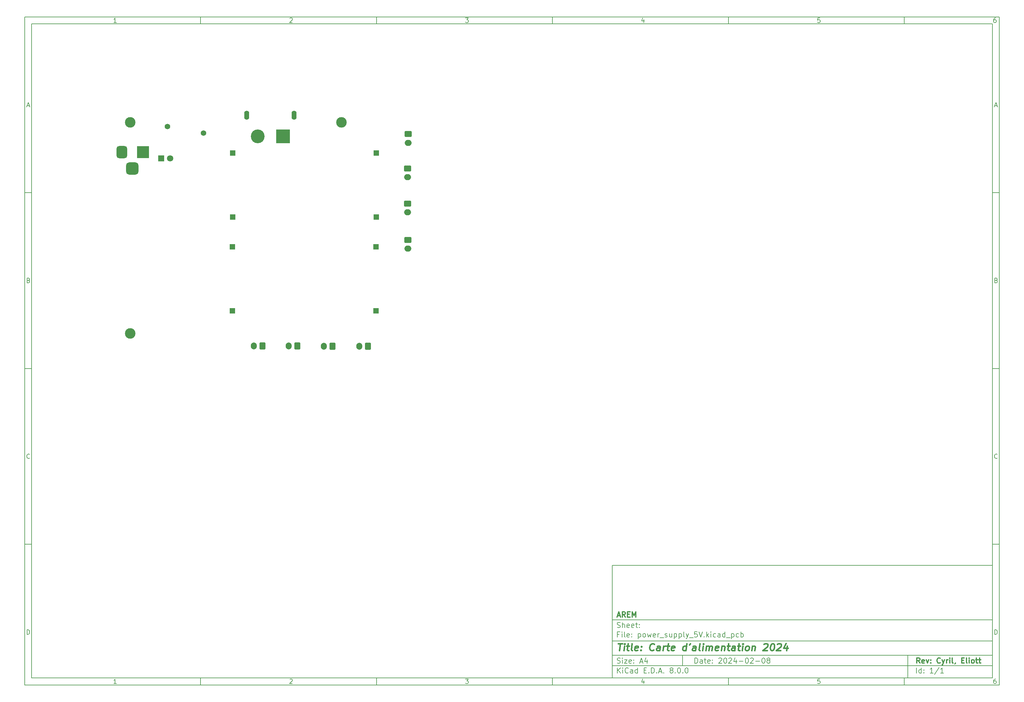
<source format=gbr>
%TF.GenerationSoftware,KiCad,Pcbnew,8.0.0*%
%TF.CreationDate,2024-03-29T20:49:13+01:00*%
%TF.ProjectId,power_supply_5V,706f7765-725f-4737-9570-706c795f3556,Cyril_ Eliott*%
%TF.SameCoordinates,Original*%
%TF.FileFunction,Soldermask,Bot*%
%TF.FilePolarity,Negative*%
%FSLAX46Y46*%
G04 Gerber Fmt 4.6, Leading zero omitted, Abs format (unit mm)*
G04 Created by KiCad (PCBNEW 8.0.0) date 2024-03-29 20:49:13*
%MOMM*%
%LPD*%
G01*
G04 APERTURE LIST*
G04 Aperture macros list*
%AMRoundRect*
0 Rectangle with rounded corners*
0 $1 Rounding radius*
0 $2 $3 $4 $5 $6 $7 $8 $9 X,Y pos of 4 corners*
0 Add a 4 corners polygon primitive as box body*
4,1,4,$2,$3,$4,$5,$6,$7,$8,$9,$2,$3,0*
0 Add four circle primitives for the rounded corners*
1,1,$1+$1,$2,$3*
1,1,$1+$1,$4,$5*
1,1,$1+$1,$6,$7*
1,1,$1+$1,$8,$9*
0 Add four rect primitives between the rounded corners*
20,1,$1+$1,$2,$3,$4,$5,0*
20,1,$1+$1,$4,$5,$6,$7,0*
20,1,$1+$1,$6,$7,$8,$9,0*
20,1,$1+$1,$8,$9,$2,$3,0*%
G04 Aperture macros list end*
%ADD10C,0.100000*%
%ADD11C,0.150000*%
%ADD12C,0.300000*%
%ADD13C,0.400000*%
%ADD14C,3.000000*%
%ADD15RoundRect,0.250000X-0.750000X0.600000X-0.750000X-0.600000X0.750000X-0.600000X0.750000X0.600000X0*%
%ADD16O,2.000000X1.700000*%
%ADD17RoundRect,0.250000X0.600000X0.750000X-0.600000X0.750000X-0.600000X-0.750000X0.600000X-0.750000X0*%
%ADD18O,1.700000X2.000000*%
%ADD19R,1.524000X1.524000*%
%ADD20R,1.800000X1.800000*%
%ADD21C,1.800000*%
%ADD22C,1.560000*%
%ADD23R,3.500000X3.500000*%
%ADD24RoundRect,0.750000X-0.750000X-1.000000X0.750000X-1.000000X0.750000X1.000000X-0.750000X1.000000X0*%
%ADD25RoundRect,0.875000X-0.875000X-0.875000X0.875000X-0.875000X0.875000X0.875000X-0.875000X0.875000X0*%
%ADD26RoundRect,0.102000X-1.858000X-1.858000X1.858000X-1.858000X1.858000X1.858000X-1.858000X1.858000X0*%
%ADD27C,3.920000*%
%ADD28O,1.404000X2.604000*%
G04 APERTURE END LIST*
D10*
D11*
X177002200Y-166007200D02*
X285002200Y-166007200D01*
X285002200Y-198007200D01*
X177002200Y-198007200D01*
X177002200Y-166007200D01*
D10*
D11*
X10000000Y-10000000D02*
X287002200Y-10000000D01*
X287002200Y-200007200D01*
X10000000Y-200007200D01*
X10000000Y-10000000D01*
D10*
D11*
X12000000Y-12000000D02*
X285002200Y-12000000D01*
X285002200Y-198007200D01*
X12000000Y-198007200D01*
X12000000Y-12000000D01*
D10*
D11*
X60000000Y-12000000D02*
X60000000Y-10000000D01*
D10*
D11*
X110000000Y-12000000D02*
X110000000Y-10000000D01*
D10*
D11*
X160000000Y-12000000D02*
X160000000Y-10000000D01*
D10*
D11*
X210000000Y-12000000D02*
X210000000Y-10000000D01*
D10*
D11*
X260000000Y-12000000D02*
X260000000Y-10000000D01*
D10*
D11*
X36089160Y-11593604D02*
X35346303Y-11593604D01*
X35717731Y-11593604D02*
X35717731Y-10293604D01*
X35717731Y-10293604D02*
X35593922Y-10479319D01*
X35593922Y-10479319D02*
X35470112Y-10603128D01*
X35470112Y-10603128D02*
X35346303Y-10665033D01*
D10*
D11*
X85346303Y-10417414D02*
X85408207Y-10355509D01*
X85408207Y-10355509D02*
X85532017Y-10293604D01*
X85532017Y-10293604D02*
X85841541Y-10293604D01*
X85841541Y-10293604D02*
X85965350Y-10355509D01*
X85965350Y-10355509D02*
X86027255Y-10417414D01*
X86027255Y-10417414D02*
X86089160Y-10541223D01*
X86089160Y-10541223D02*
X86089160Y-10665033D01*
X86089160Y-10665033D02*
X86027255Y-10850747D01*
X86027255Y-10850747D02*
X85284398Y-11593604D01*
X85284398Y-11593604D02*
X86089160Y-11593604D01*
D10*
D11*
X135284398Y-10293604D02*
X136089160Y-10293604D01*
X136089160Y-10293604D02*
X135655826Y-10788842D01*
X135655826Y-10788842D02*
X135841541Y-10788842D01*
X135841541Y-10788842D02*
X135965350Y-10850747D01*
X135965350Y-10850747D02*
X136027255Y-10912652D01*
X136027255Y-10912652D02*
X136089160Y-11036461D01*
X136089160Y-11036461D02*
X136089160Y-11345985D01*
X136089160Y-11345985D02*
X136027255Y-11469795D01*
X136027255Y-11469795D02*
X135965350Y-11531700D01*
X135965350Y-11531700D02*
X135841541Y-11593604D01*
X135841541Y-11593604D02*
X135470112Y-11593604D01*
X135470112Y-11593604D02*
X135346303Y-11531700D01*
X135346303Y-11531700D02*
X135284398Y-11469795D01*
D10*
D11*
X185965350Y-10726938D02*
X185965350Y-11593604D01*
X185655826Y-10231700D02*
X185346303Y-11160271D01*
X185346303Y-11160271D02*
X186151064Y-11160271D01*
D10*
D11*
X236027255Y-10293604D02*
X235408207Y-10293604D01*
X235408207Y-10293604D02*
X235346303Y-10912652D01*
X235346303Y-10912652D02*
X235408207Y-10850747D01*
X235408207Y-10850747D02*
X235532017Y-10788842D01*
X235532017Y-10788842D02*
X235841541Y-10788842D01*
X235841541Y-10788842D02*
X235965350Y-10850747D01*
X235965350Y-10850747D02*
X236027255Y-10912652D01*
X236027255Y-10912652D02*
X236089160Y-11036461D01*
X236089160Y-11036461D02*
X236089160Y-11345985D01*
X236089160Y-11345985D02*
X236027255Y-11469795D01*
X236027255Y-11469795D02*
X235965350Y-11531700D01*
X235965350Y-11531700D02*
X235841541Y-11593604D01*
X235841541Y-11593604D02*
X235532017Y-11593604D01*
X235532017Y-11593604D02*
X235408207Y-11531700D01*
X235408207Y-11531700D02*
X235346303Y-11469795D01*
D10*
D11*
X285965350Y-10293604D02*
X285717731Y-10293604D01*
X285717731Y-10293604D02*
X285593922Y-10355509D01*
X285593922Y-10355509D02*
X285532017Y-10417414D01*
X285532017Y-10417414D02*
X285408207Y-10603128D01*
X285408207Y-10603128D02*
X285346303Y-10850747D01*
X285346303Y-10850747D02*
X285346303Y-11345985D01*
X285346303Y-11345985D02*
X285408207Y-11469795D01*
X285408207Y-11469795D02*
X285470112Y-11531700D01*
X285470112Y-11531700D02*
X285593922Y-11593604D01*
X285593922Y-11593604D02*
X285841541Y-11593604D01*
X285841541Y-11593604D02*
X285965350Y-11531700D01*
X285965350Y-11531700D02*
X286027255Y-11469795D01*
X286027255Y-11469795D02*
X286089160Y-11345985D01*
X286089160Y-11345985D02*
X286089160Y-11036461D01*
X286089160Y-11036461D02*
X286027255Y-10912652D01*
X286027255Y-10912652D02*
X285965350Y-10850747D01*
X285965350Y-10850747D02*
X285841541Y-10788842D01*
X285841541Y-10788842D02*
X285593922Y-10788842D01*
X285593922Y-10788842D02*
X285470112Y-10850747D01*
X285470112Y-10850747D02*
X285408207Y-10912652D01*
X285408207Y-10912652D02*
X285346303Y-11036461D01*
D10*
D11*
X60000000Y-198007200D02*
X60000000Y-200007200D01*
D10*
D11*
X110000000Y-198007200D02*
X110000000Y-200007200D01*
D10*
D11*
X160000000Y-198007200D02*
X160000000Y-200007200D01*
D10*
D11*
X210000000Y-198007200D02*
X210000000Y-200007200D01*
D10*
D11*
X260000000Y-198007200D02*
X260000000Y-200007200D01*
D10*
D11*
X36089160Y-199600804D02*
X35346303Y-199600804D01*
X35717731Y-199600804D02*
X35717731Y-198300804D01*
X35717731Y-198300804D02*
X35593922Y-198486519D01*
X35593922Y-198486519D02*
X35470112Y-198610328D01*
X35470112Y-198610328D02*
X35346303Y-198672233D01*
D10*
D11*
X85346303Y-198424614D02*
X85408207Y-198362709D01*
X85408207Y-198362709D02*
X85532017Y-198300804D01*
X85532017Y-198300804D02*
X85841541Y-198300804D01*
X85841541Y-198300804D02*
X85965350Y-198362709D01*
X85965350Y-198362709D02*
X86027255Y-198424614D01*
X86027255Y-198424614D02*
X86089160Y-198548423D01*
X86089160Y-198548423D02*
X86089160Y-198672233D01*
X86089160Y-198672233D02*
X86027255Y-198857947D01*
X86027255Y-198857947D02*
X85284398Y-199600804D01*
X85284398Y-199600804D02*
X86089160Y-199600804D01*
D10*
D11*
X135284398Y-198300804D02*
X136089160Y-198300804D01*
X136089160Y-198300804D02*
X135655826Y-198796042D01*
X135655826Y-198796042D02*
X135841541Y-198796042D01*
X135841541Y-198796042D02*
X135965350Y-198857947D01*
X135965350Y-198857947D02*
X136027255Y-198919852D01*
X136027255Y-198919852D02*
X136089160Y-199043661D01*
X136089160Y-199043661D02*
X136089160Y-199353185D01*
X136089160Y-199353185D02*
X136027255Y-199476995D01*
X136027255Y-199476995D02*
X135965350Y-199538900D01*
X135965350Y-199538900D02*
X135841541Y-199600804D01*
X135841541Y-199600804D02*
X135470112Y-199600804D01*
X135470112Y-199600804D02*
X135346303Y-199538900D01*
X135346303Y-199538900D02*
X135284398Y-199476995D01*
D10*
D11*
X185965350Y-198734138D02*
X185965350Y-199600804D01*
X185655826Y-198238900D02*
X185346303Y-199167471D01*
X185346303Y-199167471D02*
X186151064Y-199167471D01*
D10*
D11*
X236027255Y-198300804D02*
X235408207Y-198300804D01*
X235408207Y-198300804D02*
X235346303Y-198919852D01*
X235346303Y-198919852D02*
X235408207Y-198857947D01*
X235408207Y-198857947D02*
X235532017Y-198796042D01*
X235532017Y-198796042D02*
X235841541Y-198796042D01*
X235841541Y-198796042D02*
X235965350Y-198857947D01*
X235965350Y-198857947D02*
X236027255Y-198919852D01*
X236027255Y-198919852D02*
X236089160Y-199043661D01*
X236089160Y-199043661D02*
X236089160Y-199353185D01*
X236089160Y-199353185D02*
X236027255Y-199476995D01*
X236027255Y-199476995D02*
X235965350Y-199538900D01*
X235965350Y-199538900D02*
X235841541Y-199600804D01*
X235841541Y-199600804D02*
X235532017Y-199600804D01*
X235532017Y-199600804D02*
X235408207Y-199538900D01*
X235408207Y-199538900D02*
X235346303Y-199476995D01*
D10*
D11*
X285965350Y-198300804D02*
X285717731Y-198300804D01*
X285717731Y-198300804D02*
X285593922Y-198362709D01*
X285593922Y-198362709D02*
X285532017Y-198424614D01*
X285532017Y-198424614D02*
X285408207Y-198610328D01*
X285408207Y-198610328D02*
X285346303Y-198857947D01*
X285346303Y-198857947D02*
X285346303Y-199353185D01*
X285346303Y-199353185D02*
X285408207Y-199476995D01*
X285408207Y-199476995D02*
X285470112Y-199538900D01*
X285470112Y-199538900D02*
X285593922Y-199600804D01*
X285593922Y-199600804D02*
X285841541Y-199600804D01*
X285841541Y-199600804D02*
X285965350Y-199538900D01*
X285965350Y-199538900D02*
X286027255Y-199476995D01*
X286027255Y-199476995D02*
X286089160Y-199353185D01*
X286089160Y-199353185D02*
X286089160Y-199043661D01*
X286089160Y-199043661D02*
X286027255Y-198919852D01*
X286027255Y-198919852D02*
X285965350Y-198857947D01*
X285965350Y-198857947D02*
X285841541Y-198796042D01*
X285841541Y-198796042D02*
X285593922Y-198796042D01*
X285593922Y-198796042D02*
X285470112Y-198857947D01*
X285470112Y-198857947D02*
X285408207Y-198919852D01*
X285408207Y-198919852D02*
X285346303Y-199043661D01*
D10*
D11*
X10000000Y-60000000D02*
X12000000Y-60000000D01*
D10*
D11*
X10000000Y-110000000D02*
X12000000Y-110000000D01*
D10*
D11*
X10000000Y-160000000D02*
X12000000Y-160000000D01*
D10*
D11*
X10690476Y-35222176D02*
X11309523Y-35222176D01*
X10566666Y-35593604D02*
X10999999Y-34293604D01*
X10999999Y-34293604D02*
X11433333Y-35593604D01*
D10*
D11*
X11092857Y-84912652D02*
X11278571Y-84974557D01*
X11278571Y-84974557D02*
X11340476Y-85036461D01*
X11340476Y-85036461D02*
X11402380Y-85160271D01*
X11402380Y-85160271D02*
X11402380Y-85345985D01*
X11402380Y-85345985D02*
X11340476Y-85469795D01*
X11340476Y-85469795D02*
X11278571Y-85531700D01*
X11278571Y-85531700D02*
X11154761Y-85593604D01*
X11154761Y-85593604D02*
X10659523Y-85593604D01*
X10659523Y-85593604D02*
X10659523Y-84293604D01*
X10659523Y-84293604D02*
X11092857Y-84293604D01*
X11092857Y-84293604D02*
X11216666Y-84355509D01*
X11216666Y-84355509D02*
X11278571Y-84417414D01*
X11278571Y-84417414D02*
X11340476Y-84541223D01*
X11340476Y-84541223D02*
X11340476Y-84665033D01*
X11340476Y-84665033D02*
X11278571Y-84788842D01*
X11278571Y-84788842D02*
X11216666Y-84850747D01*
X11216666Y-84850747D02*
X11092857Y-84912652D01*
X11092857Y-84912652D02*
X10659523Y-84912652D01*
D10*
D11*
X11402380Y-135469795D02*
X11340476Y-135531700D01*
X11340476Y-135531700D02*
X11154761Y-135593604D01*
X11154761Y-135593604D02*
X11030952Y-135593604D01*
X11030952Y-135593604D02*
X10845238Y-135531700D01*
X10845238Y-135531700D02*
X10721428Y-135407890D01*
X10721428Y-135407890D02*
X10659523Y-135284080D01*
X10659523Y-135284080D02*
X10597619Y-135036461D01*
X10597619Y-135036461D02*
X10597619Y-134850747D01*
X10597619Y-134850747D02*
X10659523Y-134603128D01*
X10659523Y-134603128D02*
X10721428Y-134479319D01*
X10721428Y-134479319D02*
X10845238Y-134355509D01*
X10845238Y-134355509D02*
X11030952Y-134293604D01*
X11030952Y-134293604D02*
X11154761Y-134293604D01*
X11154761Y-134293604D02*
X11340476Y-134355509D01*
X11340476Y-134355509D02*
X11402380Y-134417414D01*
D10*
D11*
X10659523Y-185593604D02*
X10659523Y-184293604D01*
X10659523Y-184293604D02*
X10969047Y-184293604D01*
X10969047Y-184293604D02*
X11154761Y-184355509D01*
X11154761Y-184355509D02*
X11278571Y-184479319D01*
X11278571Y-184479319D02*
X11340476Y-184603128D01*
X11340476Y-184603128D02*
X11402380Y-184850747D01*
X11402380Y-184850747D02*
X11402380Y-185036461D01*
X11402380Y-185036461D02*
X11340476Y-185284080D01*
X11340476Y-185284080D02*
X11278571Y-185407890D01*
X11278571Y-185407890D02*
X11154761Y-185531700D01*
X11154761Y-185531700D02*
X10969047Y-185593604D01*
X10969047Y-185593604D02*
X10659523Y-185593604D01*
D10*
D11*
X287002200Y-60000000D02*
X285002200Y-60000000D01*
D10*
D11*
X287002200Y-110000000D02*
X285002200Y-110000000D01*
D10*
D11*
X287002200Y-160000000D02*
X285002200Y-160000000D01*
D10*
D11*
X285692676Y-35222176D02*
X286311723Y-35222176D01*
X285568866Y-35593604D02*
X286002199Y-34293604D01*
X286002199Y-34293604D02*
X286435533Y-35593604D01*
D10*
D11*
X286095057Y-84912652D02*
X286280771Y-84974557D01*
X286280771Y-84974557D02*
X286342676Y-85036461D01*
X286342676Y-85036461D02*
X286404580Y-85160271D01*
X286404580Y-85160271D02*
X286404580Y-85345985D01*
X286404580Y-85345985D02*
X286342676Y-85469795D01*
X286342676Y-85469795D02*
X286280771Y-85531700D01*
X286280771Y-85531700D02*
X286156961Y-85593604D01*
X286156961Y-85593604D02*
X285661723Y-85593604D01*
X285661723Y-85593604D02*
X285661723Y-84293604D01*
X285661723Y-84293604D02*
X286095057Y-84293604D01*
X286095057Y-84293604D02*
X286218866Y-84355509D01*
X286218866Y-84355509D02*
X286280771Y-84417414D01*
X286280771Y-84417414D02*
X286342676Y-84541223D01*
X286342676Y-84541223D02*
X286342676Y-84665033D01*
X286342676Y-84665033D02*
X286280771Y-84788842D01*
X286280771Y-84788842D02*
X286218866Y-84850747D01*
X286218866Y-84850747D02*
X286095057Y-84912652D01*
X286095057Y-84912652D02*
X285661723Y-84912652D01*
D10*
D11*
X286404580Y-135469795D02*
X286342676Y-135531700D01*
X286342676Y-135531700D02*
X286156961Y-135593604D01*
X286156961Y-135593604D02*
X286033152Y-135593604D01*
X286033152Y-135593604D02*
X285847438Y-135531700D01*
X285847438Y-135531700D02*
X285723628Y-135407890D01*
X285723628Y-135407890D02*
X285661723Y-135284080D01*
X285661723Y-135284080D02*
X285599819Y-135036461D01*
X285599819Y-135036461D02*
X285599819Y-134850747D01*
X285599819Y-134850747D02*
X285661723Y-134603128D01*
X285661723Y-134603128D02*
X285723628Y-134479319D01*
X285723628Y-134479319D02*
X285847438Y-134355509D01*
X285847438Y-134355509D02*
X286033152Y-134293604D01*
X286033152Y-134293604D02*
X286156961Y-134293604D01*
X286156961Y-134293604D02*
X286342676Y-134355509D01*
X286342676Y-134355509D02*
X286404580Y-134417414D01*
D10*
D11*
X285661723Y-185593604D02*
X285661723Y-184293604D01*
X285661723Y-184293604D02*
X285971247Y-184293604D01*
X285971247Y-184293604D02*
X286156961Y-184355509D01*
X286156961Y-184355509D02*
X286280771Y-184479319D01*
X286280771Y-184479319D02*
X286342676Y-184603128D01*
X286342676Y-184603128D02*
X286404580Y-184850747D01*
X286404580Y-184850747D02*
X286404580Y-185036461D01*
X286404580Y-185036461D02*
X286342676Y-185284080D01*
X286342676Y-185284080D02*
X286280771Y-185407890D01*
X286280771Y-185407890D02*
X286156961Y-185531700D01*
X286156961Y-185531700D02*
X285971247Y-185593604D01*
X285971247Y-185593604D02*
X285661723Y-185593604D01*
D10*
D11*
X200458026Y-193793328D02*
X200458026Y-192293328D01*
X200458026Y-192293328D02*
X200815169Y-192293328D01*
X200815169Y-192293328D02*
X201029455Y-192364757D01*
X201029455Y-192364757D02*
X201172312Y-192507614D01*
X201172312Y-192507614D02*
X201243741Y-192650471D01*
X201243741Y-192650471D02*
X201315169Y-192936185D01*
X201315169Y-192936185D02*
X201315169Y-193150471D01*
X201315169Y-193150471D02*
X201243741Y-193436185D01*
X201243741Y-193436185D02*
X201172312Y-193579042D01*
X201172312Y-193579042D02*
X201029455Y-193721900D01*
X201029455Y-193721900D02*
X200815169Y-193793328D01*
X200815169Y-193793328D02*
X200458026Y-193793328D01*
X202600884Y-193793328D02*
X202600884Y-193007614D01*
X202600884Y-193007614D02*
X202529455Y-192864757D01*
X202529455Y-192864757D02*
X202386598Y-192793328D01*
X202386598Y-192793328D02*
X202100884Y-192793328D01*
X202100884Y-192793328D02*
X201958026Y-192864757D01*
X202600884Y-193721900D02*
X202458026Y-193793328D01*
X202458026Y-193793328D02*
X202100884Y-193793328D01*
X202100884Y-193793328D02*
X201958026Y-193721900D01*
X201958026Y-193721900D02*
X201886598Y-193579042D01*
X201886598Y-193579042D02*
X201886598Y-193436185D01*
X201886598Y-193436185D02*
X201958026Y-193293328D01*
X201958026Y-193293328D02*
X202100884Y-193221900D01*
X202100884Y-193221900D02*
X202458026Y-193221900D01*
X202458026Y-193221900D02*
X202600884Y-193150471D01*
X203100884Y-192793328D02*
X203672312Y-192793328D01*
X203315169Y-192293328D02*
X203315169Y-193579042D01*
X203315169Y-193579042D02*
X203386598Y-193721900D01*
X203386598Y-193721900D02*
X203529455Y-193793328D01*
X203529455Y-193793328D02*
X203672312Y-193793328D01*
X204743741Y-193721900D02*
X204600884Y-193793328D01*
X204600884Y-193793328D02*
X204315170Y-193793328D01*
X204315170Y-193793328D02*
X204172312Y-193721900D01*
X204172312Y-193721900D02*
X204100884Y-193579042D01*
X204100884Y-193579042D02*
X204100884Y-193007614D01*
X204100884Y-193007614D02*
X204172312Y-192864757D01*
X204172312Y-192864757D02*
X204315170Y-192793328D01*
X204315170Y-192793328D02*
X204600884Y-192793328D01*
X204600884Y-192793328D02*
X204743741Y-192864757D01*
X204743741Y-192864757D02*
X204815170Y-193007614D01*
X204815170Y-193007614D02*
X204815170Y-193150471D01*
X204815170Y-193150471D02*
X204100884Y-193293328D01*
X205458026Y-193650471D02*
X205529455Y-193721900D01*
X205529455Y-193721900D02*
X205458026Y-193793328D01*
X205458026Y-193793328D02*
X205386598Y-193721900D01*
X205386598Y-193721900D02*
X205458026Y-193650471D01*
X205458026Y-193650471D02*
X205458026Y-193793328D01*
X205458026Y-192864757D02*
X205529455Y-192936185D01*
X205529455Y-192936185D02*
X205458026Y-193007614D01*
X205458026Y-193007614D02*
X205386598Y-192936185D01*
X205386598Y-192936185D02*
X205458026Y-192864757D01*
X205458026Y-192864757D02*
X205458026Y-193007614D01*
X207243741Y-192436185D02*
X207315169Y-192364757D01*
X207315169Y-192364757D02*
X207458027Y-192293328D01*
X207458027Y-192293328D02*
X207815169Y-192293328D01*
X207815169Y-192293328D02*
X207958027Y-192364757D01*
X207958027Y-192364757D02*
X208029455Y-192436185D01*
X208029455Y-192436185D02*
X208100884Y-192579042D01*
X208100884Y-192579042D02*
X208100884Y-192721900D01*
X208100884Y-192721900D02*
X208029455Y-192936185D01*
X208029455Y-192936185D02*
X207172312Y-193793328D01*
X207172312Y-193793328D02*
X208100884Y-193793328D01*
X209029455Y-192293328D02*
X209172312Y-192293328D01*
X209172312Y-192293328D02*
X209315169Y-192364757D01*
X209315169Y-192364757D02*
X209386598Y-192436185D01*
X209386598Y-192436185D02*
X209458026Y-192579042D01*
X209458026Y-192579042D02*
X209529455Y-192864757D01*
X209529455Y-192864757D02*
X209529455Y-193221900D01*
X209529455Y-193221900D02*
X209458026Y-193507614D01*
X209458026Y-193507614D02*
X209386598Y-193650471D01*
X209386598Y-193650471D02*
X209315169Y-193721900D01*
X209315169Y-193721900D02*
X209172312Y-193793328D01*
X209172312Y-193793328D02*
X209029455Y-193793328D01*
X209029455Y-193793328D02*
X208886598Y-193721900D01*
X208886598Y-193721900D02*
X208815169Y-193650471D01*
X208815169Y-193650471D02*
X208743740Y-193507614D01*
X208743740Y-193507614D02*
X208672312Y-193221900D01*
X208672312Y-193221900D02*
X208672312Y-192864757D01*
X208672312Y-192864757D02*
X208743740Y-192579042D01*
X208743740Y-192579042D02*
X208815169Y-192436185D01*
X208815169Y-192436185D02*
X208886598Y-192364757D01*
X208886598Y-192364757D02*
X209029455Y-192293328D01*
X210100883Y-192436185D02*
X210172311Y-192364757D01*
X210172311Y-192364757D02*
X210315169Y-192293328D01*
X210315169Y-192293328D02*
X210672311Y-192293328D01*
X210672311Y-192293328D02*
X210815169Y-192364757D01*
X210815169Y-192364757D02*
X210886597Y-192436185D01*
X210886597Y-192436185D02*
X210958026Y-192579042D01*
X210958026Y-192579042D02*
X210958026Y-192721900D01*
X210958026Y-192721900D02*
X210886597Y-192936185D01*
X210886597Y-192936185D02*
X210029454Y-193793328D01*
X210029454Y-193793328D02*
X210958026Y-193793328D01*
X212243740Y-192793328D02*
X212243740Y-193793328D01*
X211886597Y-192221900D02*
X211529454Y-193293328D01*
X211529454Y-193293328D02*
X212458025Y-193293328D01*
X213029453Y-193221900D02*
X214172311Y-193221900D01*
X215172311Y-192293328D02*
X215315168Y-192293328D01*
X215315168Y-192293328D02*
X215458025Y-192364757D01*
X215458025Y-192364757D02*
X215529454Y-192436185D01*
X215529454Y-192436185D02*
X215600882Y-192579042D01*
X215600882Y-192579042D02*
X215672311Y-192864757D01*
X215672311Y-192864757D02*
X215672311Y-193221900D01*
X215672311Y-193221900D02*
X215600882Y-193507614D01*
X215600882Y-193507614D02*
X215529454Y-193650471D01*
X215529454Y-193650471D02*
X215458025Y-193721900D01*
X215458025Y-193721900D02*
X215315168Y-193793328D01*
X215315168Y-193793328D02*
X215172311Y-193793328D01*
X215172311Y-193793328D02*
X215029454Y-193721900D01*
X215029454Y-193721900D02*
X214958025Y-193650471D01*
X214958025Y-193650471D02*
X214886596Y-193507614D01*
X214886596Y-193507614D02*
X214815168Y-193221900D01*
X214815168Y-193221900D02*
X214815168Y-192864757D01*
X214815168Y-192864757D02*
X214886596Y-192579042D01*
X214886596Y-192579042D02*
X214958025Y-192436185D01*
X214958025Y-192436185D02*
X215029454Y-192364757D01*
X215029454Y-192364757D02*
X215172311Y-192293328D01*
X216243739Y-192436185D02*
X216315167Y-192364757D01*
X216315167Y-192364757D02*
X216458025Y-192293328D01*
X216458025Y-192293328D02*
X216815167Y-192293328D01*
X216815167Y-192293328D02*
X216958025Y-192364757D01*
X216958025Y-192364757D02*
X217029453Y-192436185D01*
X217029453Y-192436185D02*
X217100882Y-192579042D01*
X217100882Y-192579042D02*
X217100882Y-192721900D01*
X217100882Y-192721900D02*
X217029453Y-192936185D01*
X217029453Y-192936185D02*
X216172310Y-193793328D01*
X216172310Y-193793328D02*
X217100882Y-193793328D01*
X217743738Y-193221900D02*
X218886596Y-193221900D01*
X219886596Y-192293328D02*
X220029453Y-192293328D01*
X220029453Y-192293328D02*
X220172310Y-192364757D01*
X220172310Y-192364757D02*
X220243739Y-192436185D01*
X220243739Y-192436185D02*
X220315167Y-192579042D01*
X220315167Y-192579042D02*
X220386596Y-192864757D01*
X220386596Y-192864757D02*
X220386596Y-193221900D01*
X220386596Y-193221900D02*
X220315167Y-193507614D01*
X220315167Y-193507614D02*
X220243739Y-193650471D01*
X220243739Y-193650471D02*
X220172310Y-193721900D01*
X220172310Y-193721900D02*
X220029453Y-193793328D01*
X220029453Y-193793328D02*
X219886596Y-193793328D01*
X219886596Y-193793328D02*
X219743739Y-193721900D01*
X219743739Y-193721900D02*
X219672310Y-193650471D01*
X219672310Y-193650471D02*
X219600881Y-193507614D01*
X219600881Y-193507614D02*
X219529453Y-193221900D01*
X219529453Y-193221900D02*
X219529453Y-192864757D01*
X219529453Y-192864757D02*
X219600881Y-192579042D01*
X219600881Y-192579042D02*
X219672310Y-192436185D01*
X219672310Y-192436185D02*
X219743739Y-192364757D01*
X219743739Y-192364757D02*
X219886596Y-192293328D01*
X221243738Y-192936185D02*
X221100881Y-192864757D01*
X221100881Y-192864757D02*
X221029452Y-192793328D01*
X221029452Y-192793328D02*
X220958024Y-192650471D01*
X220958024Y-192650471D02*
X220958024Y-192579042D01*
X220958024Y-192579042D02*
X221029452Y-192436185D01*
X221029452Y-192436185D02*
X221100881Y-192364757D01*
X221100881Y-192364757D02*
X221243738Y-192293328D01*
X221243738Y-192293328D02*
X221529452Y-192293328D01*
X221529452Y-192293328D02*
X221672310Y-192364757D01*
X221672310Y-192364757D02*
X221743738Y-192436185D01*
X221743738Y-192436185D02*
X221815167Y-192579042D01*
X221815167Y-192579042D02*
X221815167Y-192650471D01*
X221815167Y-192650471D02*
X221743738Y-192793328D01*
X221743738Y-192793328D02*
X221672310Y-192864757D01*
X221672310Y-192864757D02*
X221529452Y-192936185D01*
X221529452Y-192936185D02*
X221243738Y-192936185D01*
X221243738Y-192936185D02*
X221100881Y-193007614D01*
X221100881Y-193007614D02*
X221029452Y-193079042D01*
X221029452Y-193079042D02*
X220958024Y-193221900D01*
X220958024Y-193221900D02*
X220958024Y-193507614D01*
X220958024Y-193507614D02*
X221029452Y-193650471D01*
X221029452Y-193650471D02*
X221100881Y-193721900D01*
X221100881Y-193721900D02*
X221243738Y-193793328D01*
X221243738Y-193793328D02*
X221529452Y-193793328D01*
X221529452Y-193793328D02*
X221672310Y-193721900D01*
X221672310Y-193721900D02*
X221743738Y-193650471D01*
X221743738Y-193650471D02*
X221815167Y-193507614D01*
X221815167Y-193507614D02*
X221815167Y-193221900D01*
X221815167Y-193221900D02*
X221743738Y-193079042D01*
X221743738Y-193079042D02*
X221672310Y-193007614D01*
X221672310Y-193007614D02*
X221529452Y-192936185D01*
D10*
D11*
X177002200Y-194507200D02*
X285002200Y-194507200D01*
D10*
D11*
X178458026Y-196593328D02*
X178458026Y-195093328D01*
X179315169Y-196593328D02*
X178672312Y-195736185D01*
X179315169Y-195093328D02*
X178458026Y-195950471D01*
X179958026Y-196593328D02*
X179958026Y-195593328D01*
X179958026Y-195093328D02*
X179886598Y-195164757D01*
X179886598Y-195164757D02*
X179958026Y-195236185D01*
X179958026Y-195236185D02*
X180029455Y-195164757D01*
X180029455Y-195164757D02*
X179958026Y-195093328D01*
X179958026Y-195093328D02*
X179958026Y-195236185D01*
X181529455Y-196450471D02*
X181458027Y-196521900D01*
X181458027Y-196521900D02*
X181243741Y-196593328D01*
X181243741Y-196593328D02*
X181100884Y-196593328D01*
X181100884Y-196593328D02*
X180886598Y-196521900D01*
X180886598Y-196521900D02*
X180743741Y-196379042D01*
X180743741Y-196379042D02*
X180672312Y-196236185D01*
X180672312Y-196236185D02*
X180600884Y-195950471D01*
X180600884Y-195950471D02*
X180600884Y-195736185D01*
X180600884Y-195736185D02*
X180672312Y-195450471D01*
X180672312Y-195450471D02*
X180743741Y-195307614D01*
X180743741Y-195307614D02*
X180886598Y-195164757D01*
X180886598Y-195164757D02*
X181100884Y-195093328D01*
X181100884Y-195093328D02*
X181243741Y-195093328D01*
X181243741Y-195093328D02*
X181458027Y-195164757D01*
X181458027Y-195164757D02*
X181529455Y-195236185D01*
X182815170Y-196593328D02*
X182815170Y-195807614D01*
X182815170Y-195807614D02*
X182743741Y-195664757D01*
X182743741Y-195664757D02*
X182600884Y-195593328D01*
X182600884Y-195593328D02*
X182315170Y-195593328D01*
X182315170Y-195593328D02*
X182172312Y-195664757D01*
X182815170Y-196521900D02*
X182672312Y-196593328D01*
X182672312Y-196593328D02*
X182315170Y-196593328D01*
X182315170Y-196593328D02*
X182172312Y-196521900D01*
X182172312Y-196521900D02*
X182100884Y-196379042D01*
X182100884Y-196379042D02*
X182100884Y-196236185D01*
X182100884Y-196236185D02*
X182172312Y-196093328D01*
X182172312Y-196093328D02*
X182315170Y-196021900D01*
X182315170Y-196021900D02*
X182672312Y-196021900D01*
X182672312Y-196021900D02*
X182815170Y-195950471D01*
X184172313Y-196593328D02*
X184172313Y-195093328D01*
X184172313Y-196521900D02*
X184029455Y-196593328D01*
X184029455Y-196593328D02*
X183743741Y-196593328D01*
X183743741Y-196593328D02*
X183600884Y-196521900D01*
X183600884Y-196521900D02*
X183529455Y-196450471D01*
X183529455Y-196450471D02*
X183458027Y-196307614D01*
X183458027Y-196307614D02*
X183458027Y-195879042D01*
X183458027Y-195879042D02*
X183529455Y-195736185D01*
X183529455Y-195736185D02*
X183600884Y-195664757D01*
X183600884Y-195664757D02*
X183743741Y-195593328D01*
X183743741Y-195593328D02*
X184029455Y-195593328D01*
X184029455Y-195593328D02*
X184172313Y-195664757D01*
X186029455Y-195807614D02*
X186529455Y-195807614D01*
X186743741Y-196593328D02*
X186029455Y-196593328D01*
X186029455Y-196593328D02*
X186029455Y-195093328D01*
X186029455Y-195093328D02*
X186743741Y-195093328D01*
X187386598Y-196450471D02*
X187458027Y-196521900D01*
X187458027Y-196521900D02*
X187386598Y-196593328D01*
X187386598Y-196593328D02*
X187315170Y-196521900D01*
X187315170Y-196521900D02*
X187386598Y-196450471D01*
X187386598Y-196450471D02*
X187386598Y-196593328D01*
X188100884Y-196593328D02*
X188100884Y-195093328D01*
X188100884Y-195093328D02*
X188458027Y-195093328D01*
X188458027Y-195093328D02*
X188672313Y-195164757D01*
X188672313Y-195164757D02*
X188815170Y-195307614D01*
X188815170Y-195307614D02*
X188886599Y-195450471D01*
X188886599Y-195450471D02*
X188958027Y-195736185D01*
X188958027Y-195736185D02*
X188958027Y-195950471D01*
X188958027Y-195950471D02*
X188886599Y-196236185D01*
X188886599Y-196236185D02*
X188815170Y-196379042D01*
X188815170Y-196379042D02*
X188672313Y-196521900D01*
X188672313Y-196521900D02*
X188458027Y-196593328D01*
X188458027Y-196593328D02*
X188100884Y-196593328D01*
X189600884Y-196450471D02*
X189672313Y-196521900D01*
X189672313Y-196521900D02*
X189600884Y-196593328D01*
X189600884Y-196593328D02*
X189529456Y-196521900D01*
X189529456Y-196521900D02*
X189600884Y-196450471D01*
X189600884Y-196450471D02*
X189600884Y-196593328D01*
X190243742Y-196164757D02*
X190958028Y-196164757D01*
X190100885Y-196593328D02*
X190600885Y-195093328D01*
X190600885Y-195093328D02*
X191100885Y-196593328D01*
X191600884Y-196450471D02*
X191672313Y-196521900D01*
X191672313Y-196521900D02*
X191600884Y-196593328D01*
X191600884Y-196593328D02*
X191529456Y-196521900D01*
X191529456Y-196521900D02*
X191600884Y-196450471D01*
X191600884Y-196450471D02*
X191600884Y-196593328D01*
X193672313Y-195736185D02*
X193529456Y-195664757D01*
X193529456Y-195664757D02*
X193458027Y-195593328D01*
X193458027Y-195593328D02*
X193386599Y-195450471D01*
X193386599Y-195450471D02*
X193386599Y-195379042D01*
X193386599Y-195379042D02*
X193458027Y-195236185D01*
X193458027Y-195236185D02*
X193529456Y-195164757D01*
X193529456Y-195164757D02*
X193672313Y-195093328D01*
X193672313Y-195093328D02*
X193958027Y-195093328D01*
X193958027Y-195093328D02*
X194100885Y-195164757D01*
X194100885Y-195164757D02*
X194172313Y-195236185D01*
X194172313Y-195236185D02*
X194243742Y-195379042D01*
X194243742Y-195379042D02*
X194243742Y-195450471D01*
X194243742Y-195450471D02*
X194172313Y-195593328D01*
X194172313Y-195593328D02*
X194100885Y-195664757D01*
X194100885Y-195664757D02*
X193958027Y-195736185D01*
X193958027Y-195736185D02*
X193672313Y-195736185D01*
X193672313Y-195736185D02*
X193529456Y-195807614D01*
X193529456Y-195807614D02*
X193458027Y-195879042D01*
X193458027Y-195879042D02*
X193386599Y-196021900D01*
X193386599Y-196021900D02*
X193386599Y-196307614D01*
X193386599Y-196307614D02*
X193458027Y-196450471D01*
X193458027Y-196450471D02*
X193529456Y-196521900D01*
X193529456Y-196521900D02*
X193672313Y-196593328D01*
X193672313Y-196593328D02*
X193958027Y-196593328D01*
X193958027Y-196593328D02*
X194100885Y-196521900D01*
X194100885Y-196521900D02*
X194172313Y-196450471D01*
X194172313Y-196450471D02*
X194243742Y-196307614D01*
X194243742Y-196307614D02*
X194243742Y-196021900D01*
X194243742Y-196021900D02*
X194172313Y-195879042D01*
X194172313Y-195879042D02*
X194100885Y-195807614D01*
X194100885Y-195807614D02*
X193958027Y-195736185D01*
X194886598Y-196450471D02*
X194958027Y-196521900D01*
X194958027Y-196521900D02*
X194886598Y-196593328D01*
X194886598Y-196593328D02*
X194815170Y-196521900D01*
X194815170Y-196521900D02*
X194886598Y-196450471D01*
X194886598Y-196450471D02*
X194886598Y-196593328D01*
X195886599Y-195093328D02*
X196029456Y-195093328D01*
X196029456Y-195093328D02*
X196172313Y-195164757D01*
X196172313Y-195164757D02*
X196243742Y-195236185D01*
X196243742Y-195236185D02*
X196315170Y-195379042D01*
X196315170Y-195379042D02*
X196386599Y-195664757D01*
X196386599Y-195664757D02*
X196386599Y-196021900D01*
X196386599Y-196021900D02*
X196315170Y-196307614D01*
X196315170Y-196307614D02*
X196243742Y-196450471D01*
X196243742Y-196450471D02*
X196172313Y-196521900D01*
X196172313Y-196521900D02*
X196029456Y-196593328D01*
X196029456Y-196593328D02*
X195886599Y-196593328D01*
X195886599Y-196593328D02*
X195743742Y-196521900D01*
X195743742Y-196521900D02*
X195672313Y-196450471D01*
X195672313Y-196450471D02*
X195600884Y-196307614D01*
X195600884Y-196307614D02*
X195529456Y-196021900D01*
X195529456Y-196021900D02*
X195529456Y-195664757D01*
X195529456Y-195664757D02*
X195600884Y-195379042D01*
X195600884Y-195379042D02*
X195672313Y-195236185D01*
X195672313Y-195236185D02*
X195743742Y-195164757D01*
X195743742Y-195164757D02*
X195886599Y-195093328D01*
X197029455Y-196450471D02*
X197100884Y-196521900D01*
X197100884Y-196521900D02*
X197029455Y-196593328D01*
X197029455Y-196593328D02*
X196958027Y-196521900D01*
X196958027Y-196521900D02*
X197029455Y-196450471D01*
X197029455Y-196450471D02*
X197029455Y-196593328D01*
X198029456Y-195093328D02*
X198172313Y-195093328D01*
X198172313Y-195093328D02*
X198315170Y-195164757D01*
X198315170Y-195164757D02*
X198386599Y-195236185D01*
X198386599Y-195236185D02*
X198458027Y-195379042D01*
X198458027Y-195379042D02*
X198529456Y-195664757D01*
X198529456Y-195664757D02*
X198529456Y-196021900D01*
X198529456Y-196021900D02*
X198458027Y-196307614D01*
X198458027Y-196307614D02*
X198386599Y-196450471D01*
X198386599Y-196450471D02*
X198315170Y-196521900D01*
X198315170Y-196521900D02*
X198172313Y-196593328D01*
X198172313Y-196593328D02*
X198029456Y-196593328D01*
X198029456Y-196593328D02*
X197886599Y-196521900D01*
X197886599Y-196521900D02*
X197815170Y-196450471D01*
X197815170Y-196450471D02*
X197743741Y-196307614D01*
X197743741Y-196307614D02*
X197672313Y-196021900D01*
X197672313Y-196021900D02*
X197672313Y-195664757D01*
X197672313Y-195664757D02*
X197743741Y-195379042D01*
X197743741Y-195379042D02*
X197815170Y-195236185D01*
X197815170Y-195236185D02*
X197886599Y-195164757D01*
X197886599Y-195164757D02*
X198029456Y-195093328D01*
D10*
D11*
X177002200Y-191507200D02*
X285002200Y-191507200D01*
D10*
D12*
X264413853Y-193785528D02*
X263913853Y-193071242D01*
X263556710Y-193785528D02*
X263556710Y-192285528D01*
X263556710Y-192285528D02*
X264128139Y-192285528D01*
X264128139Y-192285528D02*
X264270996Y-192356957D01*
X264270996Y-192356957D02*
X264342425Y-192428385D01*
X264342425Y-192428385D02*
X264413853Y-192571242D01*
X264413853Y-192571242D02*
X264413853Y-192785528D01*
X264413853Y-192785528D02*
X264342425Y-192928385D01*
X264342425Y-192928385D02*
X264270996Y-192999814D01*
X264270996Y-192999814D02*
X264128139Y-193071242D01*
X264128139Y-193071242D02*
X263556710Y-193071242D01*
X265628139Y-193714100D02*
X265485282Y-193785528D01*
X265485282Y-193785528D02*
X265199568Y-193785528D01*
X265199568Y-193785528D02*
X265056710Y-193714100D01*
X265056710Y-193714100D02*
X264985282Y-193571242D01*
X264985282Y-193571242D02*
X264985282Y-192999814D01*
X264985282Y-192999814D02*
X265056710Y-192856957D01*
X265056710Y-192856957D02*
X265199568Y-192785528D01*
X265199568Y-192785528D02*
X265485282Y-192785528D01*
X265485282Y-192785528D02*
X265628139Y-192856957D01*
X265628139Y-192856957D02*
X265699568Y-192999814D01*
X265699568Y-192999814D02*
X265699568Y-193142671D01*
X265699568Y-193142671D02*
X264985282Y-193285528D01*
X266199567Y-192785528D02*
X266556710Y-193785528D01*
X266556710Y-193785528D02*
X266913853Y-192785528D01*
X267485281Y-193642671D02*
X267556710Y-193714100D01*
X267556710Y-193714100D02*
X267485281Y-193785528D01*
X267485281Y-193785528D02*
X267413853Y-193714100D01*
X267413853Y-193714100D02*
X267485281Y-193642671D01*
X267485281Y-193642671D02*
X267485281Y-193785528D01*
X267485281Y-192856957D02*
X267556710Y-192928385D01*
X267556710Y-192928385D02*
X267485281Y-192999814D01*
X267485281Y-192999814D02*
X267413853Y-192928385D01*
X267413853Y-192928385D02*
X267485281Y-192856957D01*
X267485281Y-192856957D02*
X267485281Y-192999814D01*
X270199567Y-193642671D02*
X270128139Y-193714100D01*
X270128139Y-193714100D02*
X269913853Y-193785528D01*
X269913853Y-193785528D02*
X269770996Y-193785528D01*
X269770996Y-193785528D02*
X269556710Y-193714100D01*
X269556710Y-193714100D02*
X269413853Y-193571242D01*
X269413853Y-193571242D02*
X269342424Y-193428385D01*
X269342424Y-193428385D02*
X269270996Y-193142671D01*
X269270996Y-193142671D02*
X269270996Y-192928385D01*
X269270996Y-192928385D02*
X269342424Y-192642671D01*
X269342424Y-192642671D02*
X269413853Y-192499814D01*
X269413853Y-192499814D02*
X269556710Y-192356957D01*
X269556710Y-192356957D02*
X269770996Y-192285528D01*
X269770996Y-192285528D02*
X269913853Y-192285528D01*
X269913853Y-192285528D02*
X270128139Y-192356957D01*
X270128139Y-192356957D02*
X270199567Y-192428385D01*
X270699567Y-192785528D02*
X271056710Y-193785528D01*
X271413853Y-192785528D02*
X271056710Y-193785528D01*
X271056710Y-193785528D02*
X270913853Y-194142671D01*
X270913853Y-194142671D02*
X270842424Y-194214100D01*
X270842424Y-194214100D02*
X270699567Y-194285528D01*
X271985281Y-193785528D02*
X271985281Y-192785528D01*
X271985281Y-193071242D02*
X272056710Y-192928385D01*
X272056710Y-192928385D02*
X272128139Y-192856957D01*
X272128139Y-192856957D02*
X272270996Y-192785528D01*
X272270996Y-192785528D02*
X272413853Y-192785528D01*
X272913852Y-193785528D02*
X272913852Y-192785528D01*
X272913852Y-192285528D02*
X272842424Y-192356957D01*
X272842424Y-192356957D02*
X272913852Y-192428385D01*
X272913852Y-192428385D02*
X272985281Y-192356957D01*
X272985281Y-192356957D02*
X272913852Y-192285528D01*
X272913852Y-192285528D02*
X272913852Y-192428385D01*
X273842424Y-193785528D02*
X273699567Y-193714100D01*
X273699567Y-193714100D02*
X273628138Y-193571242D01*
X273628138Y-193571242D02*
X273628138Y-192285528D01*
X274485281Y-193714100D02*
X274485281Y-193785528D01*
X274485281Y-193785528D02*
X274413852Y-193928385D01*
X274413852Y-193928385D02*
X274342424Y-193999814D01*
X276270995Y-192999814D02*
X276770995Y-192999814D01*
X276985281Y-193785528D02*
X276270995Y-193785528D01*
X276270995Y-193785528D02*
X276270995Y-192285528D01*
X276270995Y-192285528D02*
X276985281Y-192285528D01*
X277842424Y-193785528D02*
X277699567Y-193714100D01*
X277699567Y-193714100D02*
X277628138Y-193571242D01*
X277628138Y-193571242D02*
X277628138Y-192285528D01*
X278413852Y-193785528D02*
X278413852Y-192785528D01*
X278413852Y-192285528D02*
X278342424Y-192356957D01*
X278342424Y-192356957D02*
X278413852Y-192428385D01*
X278413852Y-192428385D02*
X278485281Y-192356957D01*
X278485281Y-192356957D02*
X278413852Y-192285528D01*
X278413852Y-192285528D02*
X278413852Y-192428385D01*
X279342424Y-193785528D02*
X279199567Y-193714100D01*
X279199567Y-193714100D02*
X279128138Y-193642671D01*
X279128138Y-193642671D02*
X279056710Y-193499814D01*
X279056710Y-193499814D02*
X279056710Y-193071242D01*
X279056710Y-193071242D02*
X279128138Y-192928385D01*
X279128138Y-192928385D02*
X279199567Y-192856957D01*
X279199567Y-192856957D02*
X279342424Y-192785528D01*
X279342424Y-192785528D02*
X279556710Y-192785528D01*
X279556710Y-192785528D02*
X279699567Y-192856957D01*
X279699567Y-192856957D02*
X279770996Y-192928385D01*
X279770996Y-192928385D02*
X279842424Y-193071242D01*
X279842424Y-193071242D02*
X279842424Y-193499814D01*
X279842424Y-193499814D02*
X279770996Y-193642671D01*
X279770996Y-193642671D02*
X279699567Y-193714100D01*
X279699567Y-193714100D02*
X279556710Y-193785528D01*
X279556710Y-193785528D02*
X279342424Y-193785528D01*
X280270996Y-192785528D02*
X280842424Y-192785528D01*
X280485281Y-192285528D02*
X280485281Y-193571242D01*
X280485281Y-193571242D02*
X280556710Y-193714100D01*
X280556710Y-193714100D02*
X280699567Y-193785528D01*
X280699567Y-193785528D02*
X280842424Y-193785528D01*
X281128139Y-192785528D02*
X281699567Y-192785528D01*
X281342424Y-192285528D02*
X281342424Y-193571242D01*
X281342424Y-193571242D02*
X281413853Y-193714100D01*
X281413853Y-193714100D02*
X281556710Y-193785528D01*
X281556710Y-193785528D02*
X281699567Y-193785528D01*
D10*
D11*
X178386598Y-193721900D02*
X178600884Y-193793328D01*
X178600884Y-193793328D02*
X178958026Y-193793328D01*
X178958026Y-193793328D02*
X179100884Y-193721900D01*
X179100884Y-193721900D02*
X179172312Y-193650471D01*
X179172312Y-193650471D02*
X179243741Y-193507614D01*
X179243741Y-193507614D02*
X179243741Y-193364757D01*
X179243741Y-193364757D02*
X179172312Y-193221900D01*
X179172312Y-193221900D02*
X179100884Y-193150471D01*
X179100884Y-193150471D02*
X178958026Y-193079042D01*
X178958026Y-193079042D02*
X178672312Y-193007614D01*
X178672312Y-193007614D02*
X178529455Y-192936185D01*
X178529455Y-192936185D02*
X178458026Y-192864757D01*
X178458026Y-192864757D02*
X178386598Y-192721900D01*
X178386598Y-192721900D02*
X178386598Y-192579042D01*
X178386598Y-192579042D02*
X178458026Y-192436185D01*
X178458026Y-192436185D02*
X178529455Y-192364757D01*
X178529455Y-192364757D02*
X178672312Y-192293328D01*
X178672312Y-192293328D02*
X179029455Y-192293328D01*
X179029455Y-192293328D02*
X179243741Y-192364757D01*
X179886597Y-193793328D02*
X179886597Y-192793328D01*
X179886597Y-192293328D02*
X179815169Y-192364757D01*
X179815169Y-192364757D02*
X179886597Y-192436185D01*
X179886597Y-192436185D02*
X179958026Y-192364757D01*
X179958026Y-192364757D02*
X179886597Y-192293328D01*
X179886597Y-192293328D02*
X179886597Y-192436185D01*
X180458026Y-192793328D02*
X181243741Y-192793328D01*
X181243741Y-192793328D02*
X180458026Y-193793328D01*
X180458026Y-193793328D02*
X181243741Y-193793328D01*
X182386598Y-193721900D02*
X182243741Y-193793328D01*
X182243741Y-193793328D02*
X181958027Y-193793328D01*
X181958027Y-193793328D02*
X181815169Y-193721900D01*
X181815169Y-193721900D02*
X181743741Y-193579042D01*
X181743741Y-193579042D02*
X181743741Y-193007614D01*
X181743741Y-193007614D02*
X181815169Y-192864757D01*
X181815169Y-192864757D02*
X181958027Y-192793328D01*
X181958027Y-192793328D02*
X182243741Y-192793328D01*
X182243741Y-192793328D02*
X182386598Y-192864757D01*
X182386598Y-192864757D02*
X182458027Y-193007614D01*
X182458027Y-193007614D02*
X182458027Y-193150471D01*
X182458027Y-193150471D02*
X181743741Y-193293328D01*
X183100883Y-193650471D02*
X183172312Y-193721900D01*
X183172312Y-193721900D02*
X183100883Y-193793328D01*
X183100883Y-193793328D02*
X183029455Y-193721900D01*
X183029455Y-193721900D02*
X183100883Y-193650471D01*
X183100883Y-193650471D02*
X183100883Y-193793328D01*
X183100883Y-192864757D02*
X183172312Y-192936185D01*
X183172312Y-192936185D02*
X183100883Y-193007614D01*
X183100883Y-193007614D02*
X183029455Y-192936185D01*
X183029455Y-192936185D02*
X183100883Y-192864757D01*
X183100883Y-192864757D02*
X183100883Y-193007614D01*
X184886598Y-193364757D02*
X185600884Y-193364757D01*
X184743741Y-193793328D02*
X185243741Y-192293328D01*
X185243741Y-192293328D02*
X185743741Y-193793328D01*
X186886598Y-192793328D02*
X186886598Y-193793328D01*
X186529455Y-192221900D02*
X186172312Y-193293328D01*
X186172312Y-193293328D02*
X187100883Y-193293328D01*
D10*
D11*
X263458026Y-196593328D02*
X263458026Y-195093328D01*
X264815170Y-196593328D02*
X264815170Y-195093328D01*
X264815170Y-196521900D02*
X264672312Y-196593328D01*
X264672312Y-196593328D02*
X264386598Y-196593328D01*
X264386598Y-196593328D02*
X264243741Y-196521900D01*
X264243741Y-196521900D02*
X264172312Y-196450471D01*
X264172312Y-196450471D02*
X264100884Y-196307614D01*
X264100884Y-196307614D02*
X264100884Y-195879042D01*
X264100884Y-195879042D02*
X264172312Y-195736185D01*
X264172312Y-195736185D02*
X264243741Y-195664757D01*
X264243741Y-195664757D02*
X264386598Y-195593328D01*
X264386598Y-195593328D02*
X264672312Y-195593328D01*
X264672312Y-195593328D02*
X264815170Y-195664757D01*
X265529455Y-196450471D02*
X265600884Y-196521900D01*
X265600884Y-196521900D02*
X265529455Y-196593328D01*
X265529455Y-196593328D02*
X265458027Y-196521900D01*
X265458027Y-196521900D02*
X265529455Y-196450471D01*
X265529455Y-196450471D02*
X265529455Y-196593328D01*
X265529455Y-195664757D02*
X265600884Y-195736185D01*
X265600884Y-195736185D02*
X265529455Y-195807614D01*
X265529455Y-195807614D02*
X265458027Y-195736185D01*
X265458027Y-195736185D02*
X265529455Y-195664757D01*
X265529455Y-195664757D02*
X265529455Y-195807614D01*
X268172313Y-196593328D02*
X267315170Y-196593328D01*
X267743741Y-196593328D02*
X267743741Y-195093328D01*
X267743741Y-195093328D02*
X267600884Y-195307614D01*
X267600884Y-195307614D02*
X267458027Y-195450471D01*
X267458027Y-195450471D02*
X267315170Y-195521900D01*
X269886598Y-195021900D02*
X268600884Y-196950471D01*
X271172313Y-196593328D02*
X270315170Y-196593328D01*
X270743741Y-196593328D02*
X270743741Y-195093328D01*
X270743741Y-195093328D02*
X270600884Y-195307614D01*
X270600884Y-195307614D02*
X270458027Y-195450471D01*
X270458027Y-195450471D02*
X270315170Y-195521900D01*
D10*
D11*
X177002200Y-187507200D02*
X285002200Y-187507200D01*
D10*
D13*
X178693928Y-188211638D02*
X179836785Y-188211638D01*
X179015357Y-190211638D02*
X179265357Y-188211638D01*
X180253452Y-190211638D02*
X180420119Y-188878304D01*
X180503452Y-188211638D02*
X180396309Y-188306876D01*
X180396309Y-188306876D02*
X180479643Y-188402114D01*
X180479643Y-188402114D02*
X180586786Y-188306876D01*
X180586786Y-188306876D02*
X180503452Y-188211638D01*
X180503452Y-188211638D02*
X180479643Y-188402114D01*
X181086786Y-188878304D02*
X181848690Y-188878304D01*
X181455833Y-188211638D02*
X181241548Y-189925923D01*
X181241548Y-189925923D02*
X181312976Y-190116400D01*
X181312976Y-190116400D02*
X181491548Y-190211638D01*
X181491548Y-190211638D02*
X181682024Y-190211638D01*
X182634405Y-190211638D02*
X182455833Y-190116400D01*
X182455833Y-190116400D02*
X182384405Y-189925923D01*
X182384405Y-189925923D02*
X182598690Y-188211638D01*
X184170119Y-190116400D02*
X183967738Y-190211638D01*
X183967738Y-190211638D02*
X183586785Y-190211638D01*
X183586785Y-190211638D02*
X183408214Y-190116400D01*
X183408214Y-190116400D02*
X183336785Y-189925923D01*
X183336785Y-189925923D02*
X183432024Y-189164019D01*
X183432024Y-189164019D02*
X183551071Y-188973542D01*
X183551071Y-188973542D02*
X183753452Y-188878304D01*
X183753452Y-188878304D02*
X184134404Y-188878304D01*
X184134404Y-188878304D02*
X184312976Y-188973542D01*
X184312976Y-188973542D02*
X184384404Y-189164019D01*
X184384404Y-189164019D02*
X184360595Y-189354495D01*
X184360595Y-189354495D02*
X183384404Y-189544971D01*
X185134405Y-190021161D02*
X185217738Y-190116400D01*
X185217738Y-190116400D02*
X185110595Y-190211638D01*
X185110595Y-190211638D02*
X185027262Y-190116400D01*
X185027262Y-190116400D02*
X185134405Y-190021161D01*
X185134405Y-190021161D02*
X185110595Y-190211638D01*
X185265357Y-188973542D02*
X185348690Y-189068780D01*
X185348690Y-189068780D02*
X185241548Y-189164019D01*
X185241548Y-189164019D02*
X185158214Y-189068780D01*
X185158214Y-189068780D02*
X185265357Y-188973542D01*
X185265357Y-188973542D02*
X185241548Y-189164019D01*
X188753453Y-190021161D02*
X188646310Y-190116400D01*
X188646310Y-190116400D02*
X188348691Y-190211638D01*
X188348691Y-190211638D02*
X188158215Y-190211638D01*
X188158215Y-190211638D02*
X187884405Y-190116400D01*
X187884405Y-190116400D02*
X187717739Y-189925923D01*
X187717739Y-189925923D02*
X187646310Y-189735447D01*
X187646310Y-189735447D02*
X187598691Y-189354495D01*
X187598691Y-189354495D02*
X187634405Y-189068780D01*
X187634405Y-189068780D02*
X187777262Y-188687828D01*
X187777262Y-188687828D02*
X187896310Y-188497352D01*
X187896310Y-188497352D02*
X188110596Y-188306876D01*
X188110596Y-188306876D02*
X188408215Y-188211638D01*
X188408215Y-188211638D02*
X188598691Y-188211638D01*
X188598691Y-188211638D02*
X188872501Y-188306876D01*
X188872501Y-188306876D02*
X188955834Y-188402114D01*
X190443929Y-190211638D02*
X190574881Y-189164019D01*
X190574881Y-189164019D02*
X190503453Y-188973542D01*
X190503453Y-188973542D02*
X190324881Y-188878304D01*
X190324881Y-188878304D02*
X189943929Y-188878304D01*
X189943929Y-188878304D02*
X189741548Y-188973542D01*
X190455834Y-190116400D02*
X190253453Y-190211638D01*
X190253453Y-190211638D02*
X189777262Y-190211638D01*
X189777262Y-190211638D02*
X189598691Y-190116400D01*
X189598691Y-190116400D02*
X189527262Y-189925923D01*
X189527262Y-189925923D02*
X189551072Y-189735447D01*
X189551072Y-189735447D02*
X189670120Y-189544971D01*
X189670120Y-189544971D02*
X189872501Y-189449733D01*
X189872501Y-189449733D02*
X190348691Y-189449733D01*
X190348691Y-189449733D02*
X190551072Y-189354495D01*
X191396310Y-190211638D02*
X191562977Y-188878304D01*
X191515358Y-189259257D02*
X191634405Y-189068780D01*
X191634405Y-189068780D02*
X191741548Y-188973542D01*
X191741548Y-188973542D02*
X191943929Y-188878304D01*
X191943929Y-188878304D02*
X192134405Y-188878304D01*
X192515358Y-188878304D02*
X193277262Y-188878304D01*
X192884405Y-188211638D02*
X192670120Y-189925923D01*
X192670120Y-189925923D02*
X192741548Y-190116400D01*
X192741548Y-190116400D02*
X192920120Y-190211638D01*
X192920120Y-190211638D02*
X193110596Y-190211638D01*
X194551072Y-190116400D02*
X194348691Y-190211638D01*
X194348691Y-190211638D02*
X193967738Y-190211638D01*
X193967738Y-190211638D02*
X193789167Y-190116400D01*
X193789167Y-190116400D02*
X193717738Y-189925923D01*
X193717738Y-189925923D02*
X193812977Y-189164019D01*
X193812977Y-189164019D02*
X193932024Y-188973542D01*
X193932024Y-188973542D02*
X194134405Y-188878304D01*
X194134405Y-188878304D02*
X194515357Y-188878304D01*
X194515357Y-188878304D02*
X194693929Y-188973542D01*
X194693929Y-188973542D02*
X194765357Y-189164019D01*
X194765357Y-189164019D02*
X194741548Y-189354495D01*
X194741548Y-189354495D02*
X193765357Y-189544971D01*
X197872501Y-190211638D02*
X198122501Y-188211638D01*
X197884406Y-190116400D02*
X197682025Y-190211638D01*
X197682025Y-190211638D02*
X197301073Y-190211638D01*
X197301073Y-190211638D02*
X197122501Y-190116400D01*
X197122501Y-190116400D02*
X197039168Y-190021161D01*
X197039168Y-190021161D02*
X196967739Y-189830685D01*
X196967739Y-189830685D02*
X197039168Y-189259257D01*
X197039168Y-189259257D02*
X197158215Y-189068780D01*
X197158215Y-189068780D02*
X197265358Y-188973542D01*
X197265358Y-188973542D02*
X197467739Y-188878304D01*
X197467739Y-188878304D02*
X197848692Y-188878304D01*
X197848692Y-188878304D02*
X198027263Y-188973542D01*
X199170120Y-188211638D02*
X198932025Y-188592590D01*
X200634406Y-190211638D02*
X200765358Y-189164019D01*
X200765358Y-189164019D02*
X200693930Y-188973542D01*
X200693930Y-188973542D02*
X200515358Y-188878304D01*
X200515358Y-188878304D02*
X200134406Y-188878304D01*
X200134406Y-188878304D02*
X199932025Y-188973542D01*
X200646311Y-190116400D02*
X200443930Y-190211638D01*
X200443930Y-190211638D02*
X199967739Y-190211638D01*
X199967739Y-190211638D02*
X199789168Y-190116400D01*
X199789168Y-190116400D02*
X199717739Y-189925923D01*
X199717739Y-189925923D02*
X199741549Y-189735447D01*
X199741549Y-189735447D02*
X199860597Y-189544971D01*
X199860597Y-189544971D02*
X200062978Y-189449733D01*
X200062978Y-189449733D02*
X200539168Y-189449733D01*
X200539168Y-189449733D02*
X200741549Y-189354495D01*
X201872502Y-190211638D02*
X201693930Y-190116400D01*
X201693930Y-190116400D02*
X201622502Y-189925923D01*
X201622502Y-189925923D02*
X201836787Y-188211638D01*
X202634406Y-190211638D02*
X202801073Y-188878304D01*
X202884406Y-188211638D02*
X202777263Y-188306876D01*
X202777263Y-188306876D02*
X202860597Y-188402114D01*
X202860597Y-188402114D02*
X202967740Y-188306876D01*
X202967740Y-188306876D02*
X202884406Y-188211638D01*
X202884406Y-188211638D02*
X202860597Y-188402114D01*
X203586787Y-190211638D02*
X203753454Y-188878304D01*
X203729644Y-189068780D02*
X203836787Y-188973542D01*
X203836787Y-188973542D02*
X204039168Y-188878304D01*
X204039168Y-188878304D02*
X204324882Y-188878304D01*
X204324882Y-188878304D02*
X204503454Y-188973542D01*
X204503454Y-188973542D02*
X204574882Y-189164019D01*
X204574882Y-189164019D02*
X204443930Y-190211638D01*
X204574882Y-189164019D02*
X204693930Y-188973542D01*
X204693930Y-188973542D02*
X204896311Y-188878304D01*
X204896311Y-188878304D02*
X205182025Y-188878304D01*
X205182025Y-188878304D02*
X205360597Y-188973542D01*
X205360597Y-188973542D02*
X205432025Y-189164019D01*
X205432025Y-189164019D02*
X205301073Y-190211638D01*
X207027264Y-190116400D02*
X206824883Y-190211638D01*
X206824883Y-190211638D02*
X206443930Y-190211638D01*
X206443930Y-190211638D02*
X206265359Y-190116400D01*
X206265359Y-190116400D02*
X206193930Y-189925923D01*
X206193930Y-189925923D02*
X206289169Y-189164019D01*
X206289169Y-189164019D02*
X206408216Y-188973542D01*
X206408216Y-188973542D02*
X206610597Y-188878304D01*
X206610597Y-188878304D02*
X206991549Y-188878304D01*
X206991549Y-188878304D02*
X207170121Y-188973542D01*
X207170121Y-188973542D02*
X207241549Y-189164019D01*
X207241549Y-189164019D02*
X207217740Y-189354495D01*
X207217740Y-189354495D02*
X206241549Y-189544971D01*
X208134407Y-188878304D02*
X207967740Y-190211638D01*
X208110597Y-189068780D02*
X208217740Y-188973542D01*
X208217740Y-188973542D02*
X208420121Y-188878304D01*
X208420121Y-188878304D02*
X208705835Y-188878304D01*
X208705835Y-188878304D02*
X208884407Y-188973542D01*
X208884407Y-188973542D02*
X208955835Y-189164019D01*
X208955835Y-189164019D02*
X208824883Y-190211638D01*
X209658217Y-188878304D02*
X210420121Y-188878304D01*
X210027264Y-188211638D02*
X209812979Y-189925923D01*
X209812979Y-189925923D02*
X209884407Y-190116400D01*
X209884407Y-190116400D02*
X210062979Y-190211638D01*
X210062979Y-190211638D02*
X210253455Y-190211638D01*
X211777264Y-190211638D02*
X211908216Y-189164019D01*
X211908216Y-189164019D02*
X211836788Y-188973542D01*
X211836788Y-188973542D02*
X211658216Y-188878304D01*
X211658216Y-188878304D02*
X211277264Y-188878304D01*
X211277264Y-188878304D02*
X211074883Y-188973542D01*
X211789169Y-190116400D02*
X211586788Y-190211638D01*
X211586788Y-190211638D02*
X211110597Y-190211638D01*
X211110597Y-190211638D02*
X210932026Y-190116400D01*
X210932026Y-190116400D02*
X210860597Y-189925923D01*
X210860597Y-189925923D02*
X210884407Y-189735447D01*
X210884407Y-189735447D02*
X211003455Y-189544971D01*
X211003455Y-189544971D02*
X211205836Y-189449733D01*
X211205836Y-189449733D02*
X211682026Y-189449733D01*
X211682026Y-189449733D02*
X211884407Y-189354495D01*
X212610598Y-188878304D02*
X213372502Y-188878304D01*
X212979645Y-188211638D02*
X212765360Y-189925923D01*
X212765360Y-189925923D02*
X212836788Y-190116400D01*
X212836788Y-190116400D02*
X213015360Y-190211638D01*
X213015360Y-190211638D02*
X213205836Y-190211638D01*
X213872502Y-190211638D02*
X214039169Y-188878304D01*
X214122502Y-188211638D02*
X214015359Y-188306876D01*
X214015359Y-188306876D02*
X214098693Y-188402114D01*
X214098693Y-188402114D02*
X214205836Y-188306876D01*
X214205836Y-188306876D02*
X214122502Y-188211638D01*
X214122502Y-188211638D02*
X214098693Y-188402114D01*
X215110598Y-190211638D02*
X214932026Y-190116400D01*
X214932026Y-190116400D02*
X214848693Y-190021161D01*
X214848693Y-190021161D02*
X214777264Y-189830685D01*
X214777264Y-189830685D02*
X214848693Y-189259257D01*
X214848693Y-189259257D02*
X214967740Y-189068780D01*
X214967740Y-189068780D02*
X215074883Y-188973542D01*
X215074883Y-188973542D02*
X215277264Y-188878304D01*
X215277264Y-188878304D02*
X215562978Y-188878304D01*
X215562978Y-188878304D02*
X215741550Y-188973542D01*
X215741550Y-188973542D02*
X215824883Y-189068780D01*
X215824883Y-189068780D02*
X215896312Y-189259257D01*
X215896312Y-189259257D02*
X215824883Y-189830685D01*
X215824883Y-189830685D02*
X215705836Y-190021161D01*
X215705836Y-190021161D02*
X215598693Y-190116400D01*
X215598693Y-190116400D02*
X215396312Y-190211638D01*
X215396312Y-190211638D02*
X215110598Y-190211638D01*
X216801074Y-188878304D02*
X216634407Y-190211638D01*
X216777264Y-189068780D02*
X216884407Y-188973542D01*
X216884407Y-188973542D02*
X217086788Y-188878304D01*
X217086788Y-188878304D02*
X217372502Y-188878304D01*
X217372502Y-188878304D02*
X217551074Y-188973542D01*
X217551074Y-188973542D02*
X217622502Y-189164019D01*
X217622502Y-189164019D02*
X217491550Y-190211638D01*
X220098694Y-188402114D02*
X220205836Y-188306876D01*
X220205836Y-188306876D02*
X220408217Y-188211638D01*
X220408217Y-188211638D02*
X220884408Y-188211638D01*
X220884408Y-188211638D02*
X221062979Y-188306876D01*
X221062979Y-188306876D02*
X221146313Y-188402114D01*
X221146313Y-188402114D02*
X221217741Y-188592590D01*
X221217741Y-188592590D02*
X221193932Y-188783066D01*
X221193932Y-188783066D02*
X221062979Y-189068780D01*
X221062979Y-189068780D02*
X219777265Y-190211638D01*
X219777265Y-190211638D02*
X221015360Y-190211638D01*
X222503456Y-188211638D02*
X222693932Y-188211638D01*
X222693932Y-188211638D02*
X222872503Y-188306876D01*
X222872503Y-188306876D02*
X222955837Y-188402114D01*
X222955837Y-188402114D02*
X223027265Y-188592590D01*
X223027265Y-188592590D02*
X223074884Y-188973542D01*
X223074884Y-188973542D02*
X223015360Y-189449733D01*
X223015360Y-189449733D02*
X222872503Y-189830685D01*
X222872503Y-189830685D02*
X222753456Y-190021161D01*
X222753456Y-190021161D02*
X222646313Y-190116400D01*
X222646313Y-190116400D02*
X222443932Y-190211638D01*
X222443932Y-190211638D02*
X222253456Y-190211638D01*
X222253456Y-190211638D02*
X222074884Y-190116400D01*
X222074884Y-190116400D02*
X221991551Y-190021161D01*
X221991551Y-190021161D02*
X221920122Y-189830685D01*
X221920122Y-189830685D02*
X221872503Y-189449733D01*
X221872503Y-189449733D02*
X221932027Y-188973542D01*
X221932027Y-188973542D02*
X222074884Y-188592590D01*
X222074884Y-188592590D02*
X222193932Y-188402114D01*
X222193932Y-188402114D02*
X222301075Y-188306876D01*
X222301075Y-188306876D02*
X222503456Y-188211638D01*
X223908218Y-188402114D02*
X224015360Y-188306876D01*
X224015360Y-188306876D02*
X224217741Y-188211638D01*
X224217741Y-188211638D02*
X224693932Y-188211638D01*
X224693932Y-188211638D02*
X224872503Y-188306876D01*
X224872503Y-188306876D02*
X224955837Y-188402114D01*
X224955837Y-188402114D02*
X225027265Y-188592590D01*
X225027265Y-188592590D02*
X225003456Y-188783066D01*
X225003456Y-188783066D02*
X224872503Y-189068780D01*
X224872503Y-189068780D02*
X223586789Y-190211638D01*
X223586789Y-190211638D02*
X224824884Y-190211638D01*
X226705837Y-188878304D02*
X226539170Y-190211638D01*
X226324884Y-188116400D02*
X225670122Y-189544971D01*
X225670122Y-189544971D02*
X226908218Y-189544971D01*
D10*
D11*
X178958026Y-185607614D02*
X178458026Y-185607614D01*
X178458026Y-186393328D02*
X178458026Y-184893328D01*
X178458026Y-184893328D02*
X179172312Y-184893328D01*
X179743740Y-186393328D02*
X179743740Y-185393328D01*
X179743740Y-184893328D02*
X179672312Y-184964757D01*
X179672312Y-184964757D02*
X179743740Y-185036185D01*
X179743740Y-185036185D02*
X179815169Y-184964757D01*
X179815169Y-184964757D02*
X179743740Y-184893328D01*
X179743740Y-184893328D02*
X179743740Y-185036185D01*
X180672312Y-186393328D02*
X180529455Y-186321900D01*
X180529455Y-186321900D02*
X180458026Y-186179042D01*
X180458026Y-186179042D02*
X180458026Y-184893328D01*
X181815169Y-186321900D02*
X181672312Y-186393328D01*
X181672312Y-186393328D02*
X181386598Y-186393328D01*
X181386598Y-186393328D02*
X181243740Y-186321900D01*
X181243740Y-186321900D02*
X181172312Y-186179042D01*
X181172312Y-186179042D02*
X181172312Y-185607614D01*
X181172312Y-185607614D02*
X181243740Y-185464757D01*
X181243740Y-185464757D02*
X181386598Y-185393328D01*
X181386598Y-185393328D02*
X181672312Y-185393328D01*
X181672312Y-185393328D02*
X181815169Y-185464757D01*
X181815169Y-185464757D02*
X181886598Y-185607614D01*
X181886598Y-185607614D02*
X181886598Y-185750471D01*
X181886598Y-185750471D02*
X181172312Y-185893328D01*
X182529454Y-186250471D02*
X182600883Y-186321900D01*
X182600883Y-186321900D02*
X182529454Y-186393328D01*
X182529454Y-186393328D02*
X182458026Y-186321900D01*
X182458026Y-186321900D02*
X182529454Y-186250471D01*
X182529454Y-186250471D02*
X182529454Y-186393328D01*
X182529454Y-185464757D02*
X182600883Y-185536185D01*
X182600883Y-185536185D02*
X182529454Y-185607614D01*
X182529454Y-185607614D02*
X182458026Y-185536185D01*
X182458026Y-185536185D02*
X182529454Y-185464757D01*
X182529454Y-185464757D02*
X182529454Y-185607614D01*
X184386597Y-185393328D02*
X184386597Y-186893328D01*
X184386597Y-185464757D02*
X184529455Y-185393328D01*
X184529455Y-185393328D02*
X184815169Y-185393328D01*
X184815169Y-185393328D02*
X184958026Y-185464757D01*
X184958026Y-185464757D02*
X185029455Y-185536185D01*
X185029455Y-185536185D02*
X185100883Y-185679042D01*
X185100883Y-185679042D02*
X185100883Y-186107614D01*
X185100883Y-186107614D02*
X185029455Y-186250471D01*
X185029455Y-186250471D02*
X184958026Y-186321900D01*
X184958026Y-186321900D02*
X184815169Y-186393328D01*
X184815169Y-186393328D02*
X184529455Y-186393328D01*
X184529455Y-186393328D02*
X184386597Y-186321900D01*
X185958026Y-186393328D02*
X185815169Y-186321900D01*
X185815169Y-186321900D02*
X185743740Y-186250471D01*
X185743740Y-186250471D02*
X185672312Y-186107614D01*
X185672312Y-186107614D02*
X185672312Y-185679042D01*
X185672312Y-185679042D02*
X185743740Y-185536185D01*
X185743740Y-185536185D02*
X185815169Y-185464757D01*
X185815169Y-185464757D02*
X185958026Y-185393328D01*
X185958026Y-185393328D02*
X186172312Y-185393328D01*
X186172312Y-185393328D02*
X186315169Y-185464757D01*
X186315169Y-185464757D02*
X186386598Y-185536185D01*
X186386598Y-185536185D02*
X186458026Y-185679042D01*
X186458026Y-185679042D02*
X186458026Y-186107614D01*
X186458026Y-186107614D02*
X186386598Y-186250471D01*
X186386598Y-186250471D02*
X186315169Y-186321900D01*
X186315169Y-186321900D02*
X186172312Y-186393328D01*
X186172312Y-186393328D02*
X185958026Y-186393328D01*
X186958026Y-185393328D02*
X187243741Y-186393328D01*
X187243741Y-186393328D02*
X187529455Y-185679042D01*
X187529455Y-185679042D02*
X187815169Y-186393328D01*
X187815169Y-186393328D02*
X188100883Y-185393328D01*
X189243741Y-186321900D02*
X189100884Y-186393328D01*
X189100884Y-186393328D02*
X188815170Y-186393328D01*
X188815170Y-186393328D02*
X188672312Y-186321900D01*
X188672312Y-186321900D02*
X188600884Y-186179042D01*
X188600884Y-186179042D02*
X188600884Y-185607614D01*
X188600884Y-185607614D02*
X188672312Y-185464757D01*
X188672312Y-185464757D02*
X188815170Y-185393328D01*
X188815170Y-185393328D02*
X189100884Y-185393328D01*
X189100884Y-185393328D02*
X189243741Y-185464757D01*
X189243741Y-185464757D02*
X189315170Y-185607614D01*
X189315170Y-185607614D02*
X189315170Y-185750471D01*
X189315170Y-185750471D02*
X188600884Y-185893328D01*
X189958026Y-186393328D02*
X189958026Y-185393328D01*
X189958026Y-185679042D02*
X190029455Y-185536185D01*
X190029455Y-185536185D02*
X190100884Y-185464757D01*
X190100884Y-185464757D02*
X190243741Y-185393328D01*
X190243741Y-185393328D02*
X190386598Y-185393328D01*
X190529455Y-186536185D02*
X191672312Y-186536185D01*
X191958026Y-186321900D02*
X192100883Y-186393328D01*
X192100883Y-186393328D02*
X192386597Y-186393328D01*
X192386597Y-186393328D02*
X192529454Y-186321900D01*
X192529454Y-186321900D02*
X192600883Y-186179042D01*
X192600883Y-186179042D02*
X192600883Y-186107614D01*
X192600883Y-186107614D02*
X192529454Y-185964757D01*
X192529454Y-185964757D02*
X192386597Y-185893328D01*
X192386597Y-185893328D02*
X192172312Y-185893328D01*
X192172312Y-185893328D02*
X192029454Y-185821900D01*
X192029454Y-185821900D02*
X191958026Y-185679042D01*
X191958026Y-185679042D02*
X191958026Y-185607614D01*
X191958026Y-185607614D02*
X192029454Y-185464757D01*
X192029454Y-185464757D02*
X192172312Y-185393328D01*
X192172312Y-185393328D02*
X192386597Y-185393328D01*
X192386597Y-185393328D02*
X192529454Y-185464757D01*
X193886598Y-185393328D02*
X193886598Y-186393328D01*
X193243740Y-185393328D02*
X193243740Y-186179042D01*
X193243740Y-186179042D02*
X193315169Y-186321900D01*
X193315169Y-186321900D02*
X193458026Y-186393328D01*
X193458026Y-186393328D02*
X193672312Y-186393328D01*
X193672312Y-186393328D02*
X193815169Y-186321900D01*
X193815169Y-186321900D02*
X193886598Y-186250471D01*
X194600883Y-185393328D02*
X194600883Y-186893328D01*
X194600883Y-185464757D02*
X194743741Y-185393328D01*
X194743741Y-185393328D02*
X195029455Y-185393328D01*
X195029455Y-185393328D02*
X195172312Y-185464757D01*
X195172312Y-185464757D02*
X195243741Y-185536185D01*
X195243741Y-185536185D02*
X195315169Y-185679042D01*
X195315169Y-185679042D02*
X195315169Y-186107614D01*
X195315169Y-186107614D02*
X195243741Y-186250471D01*
X195243741Y-186250471D02*
X195172312Y-186321900D01*
X195172312Y-186321900D02*
X195029455Y-186393328D01*
X195029455Y-186393328D02*
X194743741Y-186393328D01*
X194743741Y-186393328D02*
X194600883Y-186321900D01*
X195958026Y-185393328D02*
X195958026Y-186893328D01*
X195958026Y-185464757D02*
X196100884Y-185393328D01*
X196100884Y-185393328D02*
X196386598Y-185393328D01*
X196386598Y-185393328D02*
X196529455Y-185464757D01*
X196529455Y-185464757D02*
X196600884Y-185536185D01*
X196600884Y-185536185D02*
X196672312Y-185679042D01*
X196672312Y-185679042D02*
X196672312Y-186107614D01*
X196672312Y-186107614D02*
X196600884Y-186250471D01*
X196600884Y-186250471D02*
X196529455Y-186321900D01*
X196529455Y-186321900D02*
X196386598Y-186393328D01*
X196386598Y-186393328D02*
X196100884Y-186393328D01*
X196100884Y-186393328D02*
X195958026Y-186321900D01*
X197529455Y-186393328D02*
X197386598Y-186321900D01*
X197386598Y-186321900D02*
X197315169Y-186179042D01*
X197315169Y-186179042D02*
X197315169Y-184893328D01*
X197958026Y-185393328D02*
X198315169Y-186393328D01*
X198672312Y-185393328D02*
X198315169Y-186393328D01*
X198315169Y-186393328D02*
X198172312Y-186750471D01*
X198172312Y-186750471D02*
X198100883Y-186821900D01*
X198100883Y-186821900D02*
X197958026Y-186893328D01*
X198886598Y-186536185D02*
X200029455Y-186536185D01*
X201100883Y-184893328D02*
X200386597Y-184893328D01*
X200386597Y-184893328D02*
X200315169Y-185607614D01*
X200315169Y-185607614D02*
X200386597Y-185536185D01*
X200386597Y-185536185D02*
X200529455Y-185464757D01*
X200529455Y-185464757D02*
X200886597Y-185464757D01*
X200886597Y-185464757D02*
X201029455Y-185536185D01*
X201029455Y-185536185D02*
X201100883Y-185607614D01*
X201100883Y-185607614D02*
X201172312Y-185750471D01*
X201172312Y-185750471D02*
X201172312Y-186107614D01*
X201172312Y-186107614D02*
X201100883Y-186250471D01*
X201100883Y-186250471D02*
X201029455Y-186321900D01*
X201029455Y-186321900D02*
X200886597Y-186393328D01*
X200886597Y-186393328D02*
X200529455Y-186393328D01*
X200529455Y-186393328D02*
X200386597Y-186321900D01*
X200386597Y-186321900D02*
X200315169Y-186250471D01*
X201600883Y-184893328D02*
X202100883Y-186393328D01*
X202100883Y-186393328D02*
X202600883Y-184893328D01*
X203100882Y-186250471D02*
X203172311Y-186321900D01*
X203172311Y-186321900D02*
X203100882Y-186393328D01*
X203100882Y-186393328D02*
X203029454Y-186321900D01*
X203029454Y-186321900D02*
X203100882Y-186250471D01*
X203100882Y-186250471D02*
X203100882Y-186393328D01*
X203815168Y-186393328D02*
X203815168Y-184893328D01*
X203958026Y-185821900D02*
X204386597Y-186393328D01*
X204386597Y-185393328D02*
X203815168Y-185964757D01*
X205029454Y-186393328D02*
X205029454Y-185393328D01*
X205029454Y-184893328D02*
X204958026Y-184964757D01*
X204958026Y-184964757D02*
X205029454Y-185036185D01*
X205029454Y-185036185D02*
X205100883Y-184964757D01*
X205100883Y-184964757D02*
X205029454Y-184893328D01*
X205029454Y-184893328D02*
X205029454Y-185036185D01*
X206386598Y-186321900D02*
X206243740Y-186393328D01*
X206243740Y-186393328D02*
X205958026Y-186393328D01*
X205958026Y-186393328D02*
X205815169Y-186321900D01*
X205815169Y-186321900D02*
X205743740Y-186250471D01*
X205743740Y-186250471D02*
X205672312Y-186107614D01*
X205672312Y-186107614D02*
X205672312Y-185679042D01*
X205672312Y-185679042D02*
X205743740Y-185536185D01*
X205743740Y-185536185D02*
X205815169Y-185464757D01*
X205815169Y-185464757D02*
X205958026Y-185393328D01*
X205958026Y-185393328D02*
X206243740Y-185393328D01*
X206243740Y-185393328D02*
X206386598Y-185464757D01*
X207672312Y-186393328D02*
X207672312Y-185607614D01*
X207672312Y-185607614D02*
X207600883Y-185464757D01*
X207600883Y-185464757D02*
X207458026Y-185393328D01*
X207458026Y-185393328D02*
X207172312Y-185393328D01*
X207172312Y-185393328D02*
X207029454Y-185464757D01*
X207672312Y-186321900D02*
X207529454Y-186393328D01*
X207529454Y-186393328D02*
X207172312Y-186393328D01*
X207172312Y-186393328D02*
X207029454Y-186321900D01*
X207029454Y-186321900D02*
X206958026Y-186179042D01*
X206958026Y-186179042D02*
X206958026Y-186036185D01*
X206958026Y-186036185D02*
X207029454Y-185893328D01*
X207029454Y-185893328D02*
X207172312Y-185821900D01*
X207172312Y-185821900D02*
X207529454Y-185821900D01*
X207529454Y-185821900D02*
X207672312Y-185750471D01*
X209029455Y-186393328D02*
X209029455Y-184893328D01*
X209029455Y-186321900D02*
X208886597Y-186393328D01*
X208886597Y-186393328D02*
X208600883Y-186393328D01*
X208600883Y-186393328D02*
X208458026Y-186321900D01*
X208458026Y-186321900D02*
X208386597Y-186250471D01*
X208386597Y-186250471D02*
X208315169Y-186107614D01*
X208315169Y-186107614D02*
X208315169Y-185679042D01*
X208315169Y-185679042D02*
X208386597Y-185536185D01*
X208386597Y-185536185D02*
X208458026Y-185464757D01*
X208458026Y-185464757D02*
X208600883Y-185393328D01*
X208600883Y-185393328D02*
X208886597Y-185393328D01*
X208886597Y-185393328D02*
X209029455Y-185464757D01*
X209386598Y-186536185D02*
X210529455Y-186536185D01*
X210886597Y-185393328D02*
X210886597Y-186893328D01*
X210886597Y-185464757D02*
X211029455Y-185393328D01*
X211029455Y-185393328D02*
X211315169Y-185393328D01*
X211315169Y-185393328D02*
X211458026Y-185464757D01*
X211458026Y-185464757D02*
X211529455Y-185536185D01*
X211529455Y-185536185D02*
X211600883Y-185679042D01*
X211600883Y-185679042D02*
X211600883Y-186107614D01*
X211600883Y-186107614D02*
X211529455Y-186250471D01*
X211529455Y-186250471D02*
X211458026Y-186321900D01*
X211458026Y-186321900D02*
X211315169Y-186393328D01*
X211315169Y-186393328D02*
X211029455Y-186393328D01*
X211029455Y-186393328D02*
X210886597Y-186321900D01*
X212886598Y-186321900D02*
X212743740Y-186393328D01*
X212743740Y-186393328D02*
X212458026Y-186393328D01*
X212458026Y-186393328D02*
X212315169Y-186321900D01*
X212315169Y-186321900D02*
X212243740Y-186250471D01*
X212243740Y-186250471D02*
X212172312Y-186107614D01*
X212172312Y-186107614D02*
X212172312Y-185679042D01*
X212172312Y-185679042D02*
X212243740Y-185536185D01*
X212243740Y-185536185D02*
X212315169Y-185464757D01*
X212315169Y-185464757D02*
X212458026Y-185393328D01*
X212458026Y-185393328D02*
X212743740Y-185393328D01*
X212743740Y-185393328D02*
X212886598Y-185464757D01*
X213529454Y-186393328D02*
X213529454Y-184893328D01*
X213529454Y-185464757D02*
X213672312Y-185393328D01*
X213672312Y-185393328D02*
X213958026Y-185393328D01*
X213958026Y-185393328D02*
X214100883Y-185464757D01*
X214100883Y-185464757D02*
X214172312Y-185536185D01*
X214172312Y-185536185D02*
X214243740Y-185679042D01*
X214243740Y-185679042D02*
X214243740Y-186107614D01*
X214243740Y-186107614D02*
X214172312Y-186250471D01*
X214172312Y-186250471D02*
X214100883Y-186321900D01*
X214100883Y-186321900D02*
X213958026Y-186393328D01*
X213958026Y-186393328D02*
X213672312Y-186393328D01*
X213672312Y-186393328D02*
X213529454Y-186321900D01*
D10*
D11*
X177002200Y-181507200D02*
X285002200Y-181507200D01*
D10*
D11*
X178386598Y-183621900D02*
X178600884Y-183693328D01*
X178600884Y-183693328D02*
X178958026Y-183693328D01*
X178958026Y-183693328D02*
X179100884Y-183621900D01*
X179100884Y-183621900D02*
X179172312Y-183550471D01*
X179172312Y-183550471D02*
X179243741Y-183407614D01*
X179243741Y-183407614D02*
X179243741Y-183264757D01*
X179243741Y-183264757D02*
X179172312Y-183121900D01*
X179172312Y-183121900D02*
X179100884Y-183050471D01*
X179100884Y-183050471D02*
X178958026Y-182979042D01*
X178958026Y-182979042D02*
X178672312Y-182907614D01*
X178672312Y-182907614D02*
X178529455Y-182836185D01*
X178529455Y-182836185D02*
X178458026Y-182764757D01*
X178458026Y-182764757D02*
X178386598Y-182621900D01*
X178386598Y-182621900D02*
X178386598Y-182479042D01*
X178386598Y-182479042D02*
X178458026Y-182336185D01*
X178458026Y-182336185D02*
X178529455Y-182264757D01*
X178529455Y-182264757D02*
X178672312Y-182193328D01*
X178672312Y-182193328D02*
X179029455Y-182193328D01*
X179029455Y-182193328D02*
X179243741Y-182264757D01*
X179886597Y-183693328D02*
X179886597Y-182193328D01*
X180529455Y-183693328D02*
X180529455Y-182907614D01*
X180529455Y-182907614D02*
X180458026Y-182764757D01*
X180458026Y-182764757D02*
X180315169Y-182693328D01*
X180315169Y-182693328D02*
X180100883Y-182693328D01*
X180100883Y-182693328D02*
X179958026Y-182764757D01*
X179958026Y-182764757D02*
X179886597Y-182836185D01*
X181815169Y-183621900D02*
X181672312Y-183693328D01*
X181672312Y-183693328D02*
X181386598Y-183693328D01*
X181386598Y-183693328D02*
X181243740Y-183621900D01*
X181243740Y-183621900D02*
X181172312Y-183479042D01*
X181172312Y-183479042D02*
X181172312Y-182907614D01*
X181172312Y-182907614D02*
X181243740Y-182764757D01*
X181243740Y-182764757D02*
X181386598Y-182693328D01*
X181386598Y-182693328D02*
X181672312Y-182693328D01*
X181672312Y-182693328D02*
X181815169Y-182764757D01*
X181815169Y-182764757D02*
X181886598Y-182907614D01*
X181886598Y-182907614D02*
X181886598Y-183050471D01*
X181886598Y-183050471D02*
X181172312Y-183193328D01*
X183100883Y-183621900D02*
X182958026Y-183693328D01*
X182958026Y-183693328D02*
X182672312Y-183693328D01*
X182672312Y-183693328D02*
X182529454Y-183621900D01*
X182529454Y-183621900D02*
X182458026Y-183479042D01*
X182458026Y-183479042D02*
X182458026Y-182907614D01*
X182458026Y-182907614D02*
X182529454Y-182764757D01*
X182529454Y-182764757D02*
X182672312Y-182693328D01*
X182672312Y-182693328D02*
X182958026Y-182693328D01*
X182958026Y-182693328D02*
X183100883Y-182764757D01*
X183100883Y-182764757D02*
X183172312Y-182907614D01*
X183172312Y-182907614D02*
X183172312Y-183050471D01*
X183172312Y-183050471D02*
X182458026Y-183193328D01*
X183600883Y-182693328D02*
X184172311Y-182693328D01*
X183815168Y-182193328D02*
X183815168Y-183479042D01*
X183815168Y-183479042D02*
X183886597Y-183621900D01*
X183886597Y-183621900D02*
X184029454Y-183693328D01*
X184029454Y-183693328D02*
X184172311Y-183693328D01*
X184672311Y-183550471D02*
X184743740Y-183621900D01*
X184743740Y-183621900D02*
X184672311Y-183693328D01*
X184672311Y-183693328D02*
X184600883Y-183621900D01*
X184600883Y-183621900D02*
X184672311Y-183550471D01*
X184672311Y-183550471D02*
X184672311Y-183693328D01*
X184672311Y-182764757D02*
X184743740Y-182836185D01*
X184743740Y-182836185D02*
X184672311Y-182907614D01*
X184672311Y-182907614D02*
X184600883Y-182836185D01*
X184600883Y-182836185D02*
X184672311Y-182764757D01*
X184672311Y-182764757D02*
X184672311Y-182907614D01*
D10*
D12*
X178485282Y-180256957D02*
X179199568Y-180256957D01*
X178342425Y-180685528D02*
X178842425Y-179185528D01*
X178842425Y-179185528D02*
X179342425Y-180685528D01*
X180699567Y-180685528D02*
X180199567Y-179971242D01*
X179842424Y-180685528D02*
X179842424Y-179185528D01*
X179842424Y-179185528D02*
X180413853Y-179185528D01*
X180413853Y-179185528D02*
X180556710Y-179256957D01*
X180556710Y-179256957D02*
X180628139Y-179328385D01*
X180628139Y-179328385D02*
X180699567Y-179471242D01*
X180699567Y-179471242D02*
X180699567Y-179685528D01*
X180699567Y-179685528D02*
X180628139Y-179828385D01*
X180628139Y-179828385D02*
X180556710Y-179899814D01*
X180556710Y-179899814D02*
X180413853Y-179971242D01*
X180413853Y-179971242D02*
X179842424Y-179971242D01*
X181342424Y-179899814D02*
X181842424Y-179899814D01*
X182056710Y-180685528D02*
X181342424Y-180685528D01*
X181342424Y-180685528D02*
X181342424Y-179185528D01*
X181342424Y-179185528D02*
X182056710Y-179185528D01*
X182699567Y-180685528D02*
X182699567Y-179185528D01*
X182699567Y-179185528D02*
X183199567Y-180256957D01*
X183199567Y-180256957D02*
X183699567Y-179185528D01*
X183699567Y-179185528D02*
X183699567Y-180685528D01*
D10*
D11*
D10*
D11*
D10*
D11*
D10*
D11*
D10*
D11*
X197002200Y-191507200D02*
X197002200Y-194507200D01*
D10*
D11*
X261002200Y-191507200D02*
X261002200Y-198007200D01*
D14*
%TO.C,He*%
X40000000Y-100000000D03*
%TD*%
D15*
%TO.C,J5*%
X118900000Y-73400000D03*
D16*
X118900000Y-75900000D03*
%TD*%
D14*
%TO.C,H3*%
X100000000Y-40000000D03*
%TD*%
D17*
%TO.C,J7*%
X97500000Y-103700000D03*
D18*
X95000000Y-103700000D03*
%TD*%
D19*
%TO.C,U2*%
X69000000Y-75400000D03*
X69000000Y-93600000D03*
X109850000Y-75400000D03*
X109850000Y-93600000D03*
%TD*%
D17*
%TO.C,J6*%
X107600000Y-103700000D03*
D18*
X105100000Y-103700000D03*
%TD*%
D14*
%TO.C,H2*%
X40000000Y-40000000D03*
%TD*%
D20*
%TO.C,D1*%
X48825000Y-50200000D03*
D21*
X51365000Y-50200000D03*
%TD*%
D19*
%TO.C,U1*%
X69100000Y-48700000D03*
X69100000Y-66900000D03*
X109950000Y-48700000D03*
X109950000Y-66900000D03*
%TD*%
D17*
%TO.C,J9*%
X77600000Y-103600000D03*
D18*
X75100000Y-103600000D03*
%TD*%
D22*
%TO.C,F1*%
X50600000Y-41150000D03*
X60800000Y-43050000D03*
%TD*%
D17*
%TO.C,J8*%
X87500000Y-103600000D03*
D18*
X85000000Y-103600000D03*
%TD*%
D15*
%TO.C,J2*%
X119000000Y-43300000D03*
D16*
X119000000Y-45800000D03*
%TD*%
D23*
%TO.C,J1*%
X43600000Y-48442500D03*
D24*
X37600000Y-48442500D03*
D25*
X40600000Y-53142500D03*
%TD*%
D15*
%TO.C,J3*%
X118800000Y-53100000D03*
D16*
X118800000Y-55600000D03*
%TD*%
D26*
%TO.C,J10*%
X83450000Y-44000000D03*
D27*
X76250000Y-44000000D03*
D28*
X86600000Y-38000000D03*
X73100000Y-38000000D03*
%TD*%
D15*
%TO.C,J4*%
X118800000Y-63100000D03*
D16*
X118800000Y-65600000D03*
%TD*%
M02*

</source>
